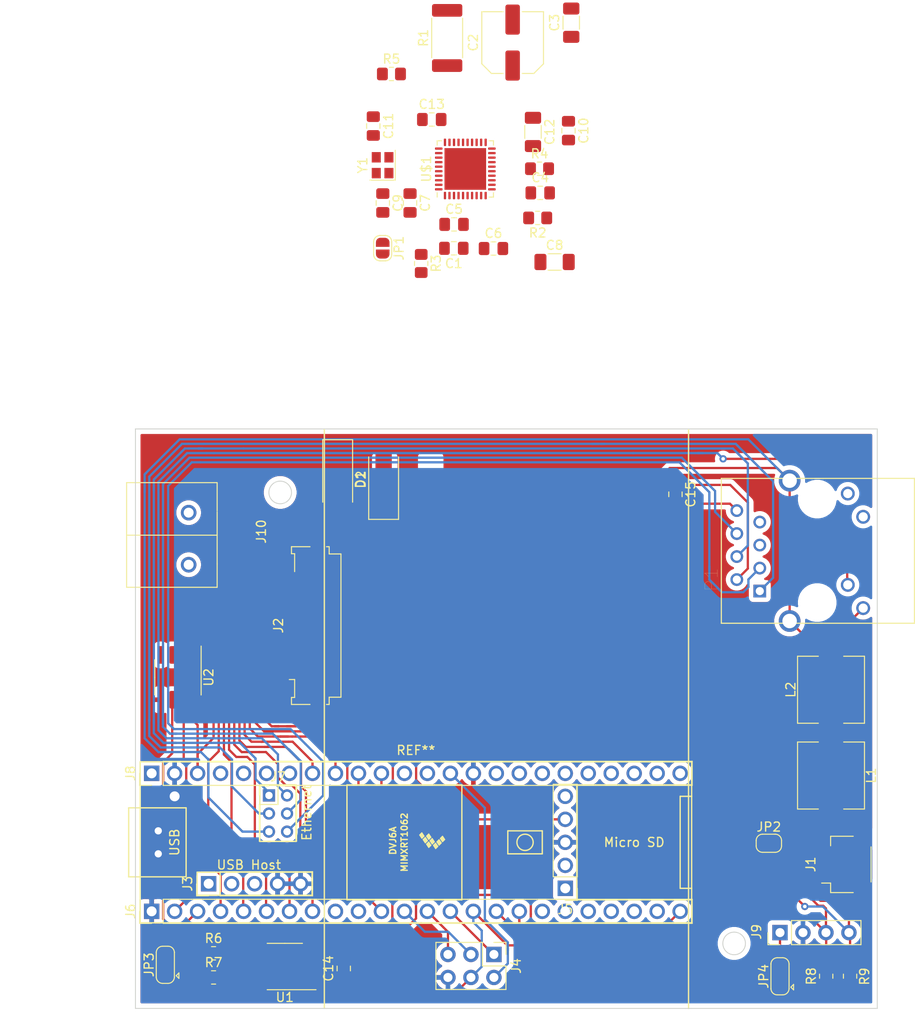
<source format=kicad_pcb>
(kicad_pcb (version 20171130) (host pcbnew "(5.1.9-0-10_14)")
  (layers (0 F.Cu signal) (31 B.Cu signal) (34 B.Paste user) (35 F.Paste user) (36 B.SilkS user) (37 F.SilkS user) (38 B.Mask user) (39 F.Mask user) (44 Edge.Cuts user))
  (net 0 "")
  (net 1 GND)
  (net 2 +5V)
  (net 3 +3V3)
  (net 4 "Net-(C15-Pad2)")
  (net 5 "Net-(C15-Pad1)")
  (net 6 /Homekit_KNX/KNX+)
  (net 7 /LED_ON)
  (net 8 /LED_PROG)
  (net 9 /LED_CONN)
  (net 10 /LED_ERROR)
  (net 11 /LED_T41_PROG)
  (net 12 /SCL_0)
  (net 13 /SDA_0)
  (net 14 /PUSH_PROG)
  (net 15 /PUSH_RESET)
  (net 16 /PUSH_T41_PROG)
  (net 17 /MOSI_0)
  (net 18 /CS_0)
  (net 19 /SCK_0)
  (net 20 /MISO_0)
  (net 21 /T_ON_OFF)
  (net 22 /VBAT)
  (net 23 "Net-(J6-Pad23)")
  (net 24 "Net-(J6-Pad22)")
  (net 25 "Net-(J6-Pad21)")
  (net 26 "Net-(J6-Pad20)")
  (net 27 "Net-(J6-Pad19)")
  (net 28 "Net-(J6-Pad18)")
  (net 29 "Net-(J6-Pad10)")
  (net 30 "Net-(J6-Pad9)")
  (net 31 /TX_1)
  (net 32 /RX_1)
  (net 33 "Net-(J7-Pad6)")
  (net 34 "Net-(J7-Pad4)")
  (net 35 "Net-(J7-Pad3)")
  (net 36 "Net-(J7-Pad2)")
  (net 37 "Net-(J7-Pad1)")
  (net 38 "Net-(J8-Pad24)")
  (net 39 "Net-(J8-Pad23)")
  (net 40 "Net-(J8-Pad22)")
  (net 41 "Net-(J8-Pad21)")
  (net 42 "Net-(J8-Pad20)")
  (net 43 "Net-(J8-Pad19)")
  (net 44 "Net-(J8-Pad18)")
  (net 45 "Net-(J8-Pad17)")
  (net 46 "Net-(J8-Pad16)")
  (net 47 "Net-(J8-Pad13)")
  (net 48 "Net-(J8-Pad12)")
  (net 49 /SCL_1)
  (net 50 /SDA_1)
  (net 51 "Net-(J8-Pad7)")
  (net 52 "Net-(J8-Pad6)")
  (net 53 "Net-(J8-Pad5)")
  (net 54 "Net-(J8-Pad4)")
  (net 55 "Net-(P1-Pad12)")
  (net 56 "Net-(P1-Pad11)")
  (net 57 "Net-(P1-Pad7)")
  (net 58 "Net-(P1-Pad5)")
  (net 59 /TUSB_DP)
  (net 60 /TUSB_DM)
  (net 61 "Net-(JP4-Pad3)")
  (net 62 "Net-(JP4-Pad1)")
  (net 63 "Net-(C5-Pad2)")
  (net 64 "Net-(JP3-Pad1)")
  (net 65 "Net-(JP3-Pad3)")
  (net 66 /SCL_2_TX_6)
  (net 67 /SDA_2_RX_6)
  (net 68 /Homekit_KNX/GND_KNX)
  (net 69 /GND_KNX)
  (net 70 /RX_1_KNX)
  (net 71 /TX_1_KNX)
  (net 72 /KNX+)
  (net 73 "Net-(C1-Pad1)")
  (net 74 /Homekit_KNX/VFILT)
  (net 75 "Net-(C5-Pad1)")
  (net 76 "Net-(C6-Pad2)")
  (net 77 "Net-(C6-Pad1)")
  (net 78 /Homekit_KNX/3V3_KNX)
  (net 79 "Net-(C9-Pad2)")
  (net 80 "Net-(C10-Pad2)")
  (net 81 "Net-(C11-Pad2)")
  (net 82 "Net-(C13-Pad1)")
  (net 83 "Net-(JP1-Pad1)")
  (net 84 "Net-(JP2-Pad1)")
  (net 85 "Net-(L1-Pad1)")
  (net 86 "Net-(L2-Pad2)")
  (net 87 "Net-(L2-Pad1)")
  (net 88 "Net-(R1-Pad1)")
  (net 89 "Net-(R4-Pad1)")
  (net 90 "Net-(U$1-Pad39)")
  (net 91 "Net-(U$1-Pad37)")
  (net 92 /Homekit_KNX/SAVE)
  (net 93 "Net-(U$1-Pad32)")
  (net 94 /Homekit_KNX/TX_1_KNX)
  (net 95 /Homekit_KNX/RX_1_KNX)
  (net 96 "Net-(U$1-Pad22)")
  (net 97 "Net-(U$1-Pad21)")
  (module teensy:Teensy41 (layer F.Cu) (at 145.0975 105.5751)
    (fp_text reference REF** (at 0 -10.16) (layer F.SilkS))
    (fp_text value "Teensy 4.1")
    (fp_text user "USB Host" (at -18.4658 2.4892) (layer F.SilkS))
    (fp_text user Ethernet (at -12.065 -3.2766 90) (layer F.SilkS))
    (fp_text user USB (at -26.67 0 270) (layer F.SilkS))
    (fp_text user "Micro SD" (at 24.13 0) (layer F.SilkS))
    (fp_text user MIMXRT1062 (at -1.27 0 -90) (layer F.SilkS) (effects (font (size 0.7 0.7))))
    (fp_text user DVJ6A (at -2.54 -0.18 -90) (layer F.SilkS) (effects (font (size 0.7 0.7))))
    (pad 66 thru_hole circle (at -28.48 -1.27) (size 1.3 1.3) (drill 0.8) (layers *.Cu *.Mask))
    (pad 67 thru_hole circle (at -28.48 1.27) (size 1.3 1.3) (drill 0.8) (layers *.Cu *.Mask))
    (pad 54 thru_hole circle (at 16.51 -5.08) (size 1.6 1.6) (drill 1.1) (layers *.Cu *.Mask))
    (pad 53 thru_hole circle (at 16.51 -2.54) (size 1.6 1.6) (drill 1.1) (layers *.Cu *.Mask))
    (pad 52 thru_hole circle (at 16.51 0) (size 1.6 1.6) (drill 1.1) (layers *.Cu *.Mask))
    (pad 51 thru_hole circle (at 16.51 2.54) (size 1.6 1.6) (drill 1.1) (layers *.Cu *.Mask))
    (pad 50 thru_hole circle (at 16.51 5.08) (size 1.6 1.6) (drill 1.1) (layers *.Cu *.Mask))
    (pad 62 thru_hole circle (at -16.24 -1.1816) (size 1.3 1.3) (drill 0.8) (layers *.Cu *.Mask))
    (pad 63 thru_hole circle (at -14.24 -1.1816) (size 1.3 1.3) (drill 0.8) (layers *.Cu *.Mask))
    (pad 64 thru_hole circle (at -14.24 -3.1816) (size 1.3 1.3) (drill 0.8) (layers *.Cu *.Mask))
    (pad 61 thru_hole circle (at -16.24 -3.1816) (size 1.3 1.3) (drill 0.8) (layers *.Cu *.Mask))
    (pad 65 thru_hole circle (at -14.24 -5.1816) (size 1.3 1.3) (drill 0.8) (layers *.Cu *.Mask))
    (pad 60 thru_hole rect (at -16.24 -5.1816) (size 1.3 1.3) (drill 0.8) (layers *.Cu *.Mask))
    (pad 17 thru_hole circle (at 11.43 7.62) (size 1.6 1.6) (drill 1.1) (layers *.Cu *.Mask))
    (pad 18 thru_hole circle (at 13.97 7.62) (size 1.6 1.6) (drill 1.1) (layers *.Cu *.Mask))
    (pad 19 thru_hole circle (at 16.51 7.62) (size 1.6 1.6) (drill 1.1) (layers *.Cu *.Mask))
    (pad 20 thru_hole circle (at 19.05 7.62) (size 1.6 1.6) (drill 1.1) (layers *.Cu *.Mask))
    (pad 16 thru_hole circle (at 8.89 7.62) (size 1.6 1.6) (drill 1.1) (layers *.Cu *.Mask))
    (pad 15 thru_hole circle (at 6.35 7.62) (size 1.6 1.6) (drill 1.1) (layers *.Cu *.Mask))
    (pad 14 thru_hole circle (at 3.81 7.62) (size 1.6 1.6) (drill 1.1) (layers *.Cu *.Mask))
    (pad 21 thru_hole circle (at 21.59 7.62) (size 1.6 1.6) (drill 1.1) (layers *.Cu *.Mask))
    (pad 22 thru_hole circle (at 24.13 7.62) (size 1.6 1.6) (drill 1.1) (layers *.Cu *.Mask))
    (pad 23 thru_hole circle (at 26.67 7.62) (size 1.6 1.6) (drill 1.1) (layers *.Cu *.Mask))
    (pad 24 thru_hole circle (at 29.21 7.62) (size 1.6 1.6) (drill 1.1) (layers *.Cu *.Mask))
    (pad 25 thru_hole circle (at 29.21 -7.62) (size 1.6 1.6) (drill 1.1) (layers *.Cu *.Mask))
    (pad 26 thru_hole circle (at 26.67 -7.62) (size 1.6 1.6) (drill 1.1) (layers *.Cu *.Mask))
    (pad 27 thru_hole circle (at 24.13 -7.62) (size 1.6 1.6) (drill 1.1) (layers *.Cu *.Mask))
    (pad 28 thru_hole circle (at 21.59 -7.62) (size 1.6 1.6) (drill 1.1) (layers *.Cu *.Mask))
    (pad 29 thru_hole circle (at 19.05 -7.62) (size 1.6 1.6) (drill 1.1) (layers *.Cu *.Mask))
    (pad 30 thru_hole circle (at 16.51 -7.62) (size 1.6 1.6) (drill 1.1) (layers *.Cu *.Mask))
    (pad 31 thru_hole circle (at 13.97 -7.62) (size 1.6 1.6) (drill 1.1) (layers *.Cu *.Mask))
    (pad 32 thru_hole circle (at 11.43 -7.62) (size 1.6 1.6) (drill 1.1) (layers *.Cu *.Mask))
    (pad 33 thru_hole circle (at 8.89 -7.62) (size 1.6 1.6) (drill 1.1) (layers *.Cu *.Mask))
    (pad 34 thru_hole circle (at 6.35 -7.62) (size 1.6 1.6) (drill 1.1) (layers *.Cu *.Mask))
    (pad 13 thru_hole circle (at 1.27 7.62) (size 1.6 1.6) (drill 1.1) (layers *.Cu *.Mask))
    (pad 12 thru_hole circle (at -1.27 7.62) (size 1.6 1.6) (drill 1.1) (layers *.Cu *.Mask))
    (pad 11 thru_hole circle (at -3.81 7.62) (size 1.6 1.6) (drill 1.1) (layers *.Cu *.Mask))
    (pad 10 thru_hole circle (at -6.35 7.62) (size 1.6 1.6) (drill 1.1) (layers *.Cu *.Mask))
    (pad 9 thru_hole circle (at -8.89 7.62) (size 1.6 1.6) (drill 1.1) (layers *.Cu *.Mask))
    (pad 8 thru_hole circle (at -11.43 7.62) (size 1.6 1.6) (drill 1.1) (layers *.Cu *.Mask))
    (pad 7 thru_hole circle (at -13.97 7.62) (size 1.6 1.6) (drill 1.1) (layers *.Cu *.Mask))
    (pad 6 thru_hole circle (at -16.51 7.62) (size 1.6 1.6) (drill 1.1) (layers *.Cu *.Mask))
    (pad 5 thru_hole circle (at -19.05 7.62) (size 1.6 1.6) (drill 1.1) (layers *.Cu *.Mask))
    (pad 4 thru_hole circle (at -21.59 7.62) (size 1.6 1.6) (drill 1.1) (layers *.Cu *.Mask))
    (pad 3 thru_hole circle (at -24.13 7.62) (size 1.6 1.6) (drill 1.1) (layers *.Cu *.Mask))
    (pad 2 thru_hole circle (at -26.67 7.62) (size 1.6 1.6) (drill 1.1) (layers *.Cu *.Mask))
    (pad 1 thru_hole rect (at -29.21 7.62) (size 1.6 1.6) (drill 1.1) (layers *.Cu *.Mask))
    (pad 35 thru_hole circle (at 3.81 -7.62) (size 1.6 1.6) (drill 1.1) (layers *.Cu *.Mask))
    (pad 36 thru_hole circle (at 1.27 -7.62) (size 1.6 1.6) (drill 1.1) (layers *.Cu *.Mask))
    (pad 37 thru_hole circle (at -1.27 -7.62) (size 1.6 1.6) (drill 1.1) (layers *.Cu *.Mask))
    (pad 38 thru_hole circle (at -3.81 -7.62) (size 1.6 1.6) (drill 1.1) (layers *.Cu *.Mask))
    (pad 39 thru_hole circle (at -6.35 -7.62) (size 1.6 1.6) (drill 1.1) (layers *.Cu *.Mask))
    (pad 40 thru_hole circle (at -8.89 -7.62) (size 1.6 1.6) (drill 1.1) (layers *.Cu *.Mask))
    (pad 41 thru_hole circle (at -11.43 -7.62) (size 1.6 1.6) (drill 1.1) (layers *.Cu *.Mask))
    (pad 42 thru_hole circle (at -13.97 -7.62) (size 1.6 1.6) (drill 1.1) (layers *.Cu *.Mask))
    (pad 43 thru_hole circle (at -16.51 -7.62) (size 1.6 1.6) (drill 1.1) (layers *.Cu *.Mask))
    (pad 44 thru_hole circle (at -19.05 -7.62) (size 1.6 1.6) (drill 1.1) (layers *.Cu *.Mask))
    (pad 45 thru_hole circle (at -21.59 -7.62) (size 1.6 1.6) (drill 1.1) (layers *.Cu *.Mask))
    (pad 46 thru_hole circle (at -24.13 -7.62) (size 1.6 1.6) (drill 1.1) (layers *.Cu *.Mask))
    (pad 47 thru_hole circle (at -26.67 -7.62) (size 1.6 1.6) (drill 1.1) (layers *.Cu *.Mask))
    (pad 48 thru_hole circle (at -29.21 -7.62) (size 1.6 1.6) (drill 1.1) (layers *.Cu *.Mask))
    (pad 55 thru_hole rect (at -22.9108 4.5692) (size 1.6 1.6) (drill 1.1) (layers *.Cu *.Mask))
    (pad 56 thru_hole circle (at -20.3708 4.5692) (size 1.6 1.6) (drill 1.1) (layers *.Cu *.Mask))
    (pad 57 thru_hole circle (at -17.8308 4.5692) (size 1.6 1.6) (drill 1.1) (layers *.Cu *.Mask))
    (pad 58 thru_hole circle (at -15.2908 4.5692) (size 1.6 1.6) (drill 1.1) (layers *.Cu *.Mask))
    (pad 59 thru_hole circle (at -12.7508 4.5692) (size 1.6 1.6) (drill 1.1) (layers *.Cu *.Mask))
    (pad 49 thru_hole circle (at -26.67 -5.08) (size 1.6 1.6) (drill 1.1) (layers *.Cu *.Mask))
  )
  (module Crystal:Crystal_SMD_2520-4Pin_2.5x2.0mm (layer F.Cu) (at 141.4145 30.79115 90)
    (fp_text reference Y1 (at 0 -2.2 90) (layer F.SilkS))
    (fp_text value 16MHz)
    (pad 4 smd rect (at -0.875 -0.7 90) (size 1.15 1) (layers F.Cu F.Paste F.Mask) (net 68 /Homekit_KNX/GND_KNX))
    (pad 3 smd rect (at 0.875 -0.7 90) (size 1.15 1) (layers F.Cu F.Paste F.Mask) (net 80 "Net-(C10-Pad2)"))
    (pad 2 smd rect (at 0.875 0.7 90) (size 1.15 1) (layers F.Cu F.Paste F.Mask) (net 68 /Homekit_KNX/GND_KNX))
    (pad 1 smd rect (at -0.875 0.7 90) (size 1.15 1) (layers F.Cu F.Paste F.Mask) (net 79 "Net-(C9-Pad2)"))
  )
  (module Package_DFN_QFN:QFN-40-1EP_6x6mm_P0.5mm_EP4.6x4.6mm (layer F.Cu) (at 150.5585 31.2039 90)
    (fp_text reference U$1 (at 0 -4.3 90) (layer F.SilkS))
    (fp_text value NCN5120)
    (pad 41 smd rect (at 0 0 90) (size 4.6 4.6) (layers F.Cu F.Mask))
    (pad 40 smd roundrect (at -2.25 -2.9375 90) (size 0.25 0.825) (layers F.Cu F.Paste F.Mask) (net 78 /Homekit_KNX/3V3_KNX))
    (pad 39 smd roundrect (at -1.75 -2.9375 90) (size 0.25 0.825) (layers F.Cu F.Paste F.Mask) (net 90 "Net-(U$1-Pad39)"))
    (pad 38 smd roundrect (at -1.25 -2.9375 90) (size 0.25 0.825) (layers F.Cu F.Paste F.Mask) (net 83 "Net-(JP1-Pad1)"))
    (pad 37 smd roundrect (at -0.75 -2.9375 90) (size 0.25 0.825) (layers F.Cu F.Paste F.Mask) (net 91 "Net-(U$1-Pad37)"))
    (pad 36 smd roundrect (at -0.25 -2.9375 90) (size 0.25 0.825) (layers F.Cu F.Paste F.Mask) (net 92 /Homekit_KNX/SAVE))
    (pad 35 smd roundrect (at 0.25 -2.9375 90) (size 0.25 0.825) (layers F.Cu F.Paste F.Mask) (net 79 "Net-(C9-Pad2)"))
    (pad 34 smd roundrect (at 0.75 -2.9375 90) (size 0.25 0.825) (layers F.Cu F.Paste F.Mask) (net 80 "Net-(C10-Pad2)"))
    (pad 33 smd roundrect (at 1.25 -2.9375 90) (size 0.25 0.825) (layers F.Cu F.Paste F.Mask) (net 68 /Homekit_KNX/GND_KNX))
    (pad 32 smd roundrect (at 1.75 -2.9375 90) (size 0.25 0.825) (layers F.Cu F.Paste F.Mask) (net 93 "Net-(U$1-Pad32)"))
    (pad 31 smd roundrect (at 2.25 -2.9375 90) (size 0.25 0.825) (layers F.Cu F.Paste F.Mask) (net 68 /Homekit_KNX/GND_KNX))
    (pad 30 smd roundrect (at 2.9375 -2.25 90) (size 0.825 0.25) (layers F.Cu F.Paste F.Mask) (net 82 "Net-(C13-Pad1)"))
    (pad 29 smd roundrect (at 2.9375 -1.75 90) (size 0.825 0.25) (layers F.Cu F.Paste F.Mask) (net 68 /Homekit_KNX/GND_KNX))
    (pad 28 smd roundrect (at 2.9375 -1.25 90) (size 0.825 0.25) (layers F.Cu F.Paste F.Mask) (net 94 /Homekit_KNX/TX_1_KNX))
    (pad 27 smd roundrect (at 2.9375 -0.75 90) (size 0.825 0.25) (layers F.Cu F.Paste F.Mask) (net 95 /Homekit_KNX/RX_1_KNX))
    (pad 26 smd roundrect (at 2.9375 -0.25 90) (size 0.825 0.25) (layers F.Cu F.Paste F.Mask) (net 68 /Homekit_KNX/GND_KNX))
    (pad 25 smd roundrect (at 2.9375 0.25 90) (size 0.825 0.25) (layers F.Cu F.Paste F.Mask) (net 68 /Homekit_KNX/GND_KNX))
    (pad 24 smd roundrect (at 2.9375 0.75 90) (size 0.825 0.25) (layers F.Cu F.Paste F.Mask) (net 68 /Homekit_KNX/GND_KNX))
    (pad 23 smd roundrect (at 2.9375 1.25 90) (size 0.825 0.25) (layers F.Cu F.Paste F.Mask) (net 68 /Homekit_KNX/GND_KNX))
    (pad 22 smd roundrect (at 2.9375 1.75 90) (size 0.825 0.25) (layers F.Cu F.Paste F.Mask) (net 96 "Net-(U$1-Pad22)"))
    (pad 21 smd roundrect (at 2.9375 2.25 90) (size 0.825 0.25) (layers F.Cu F.Paste F.Mask) (net 97 "Net-(U$1-Pad21)"))
    (pad 20 smd roundrect (at 2.25 2.9375 90) (size 0.25 0.825) (layers F.Cu F.Paste F.Mask) (net 86 "Net-(L2-Pad2)"))
    (pad 19 smd roundrect (at 1.75 2.9375 90) (size 0.25 0.825) (layers F.Cu F.Paste F.Mask) (net 3 +3V3))
    (pad 18 smd roundrect (at 1.25 2.9375 90) (size 0.25 0.825) (layers F.Cu F.Paste F.Mask) (net 1 GND))
    (pad 17 smd roundrect (at 0.75 2.9375 90) (size 0.25 0.825) (layers F.Cu F.Paste F.Mask) (net 87 "Net-(L2-Pad1)"))
    (pad 16 smd roundrect (at 0.25 2.9375 90) (size 0.25 0.825) (layers F.Cu F.Paste F.Mask) (net 74 /Homekit_KNX/VFILT))
    (pad 15 smd roundrect (at -0.25 2.9375 90) (size 0.25 0.825) (layers F.Cu F.Paste F.Mask) (net 85 "Net-(L1-Pad1)"))
    (pad 14 smd roundrect (at -0.75 2.9375 90) (size 0.25 0.825) (layers F.Cu F.Paste F.Mask) (net 1 GND))
    (pad 13 smd roundrect (at -1.25 2.9375 90) (size 0.25 0.825) (layers F.Cu F.Paste F.Mask) (net 89 "Net-(R4-Pad1)"))
    (pad 12 smd roundrect (at -1.75 2.9375 90) (size 0.25 0.825) (layers F.Cu F.Paste F.Mask) (net 2 +5V))
    (pad 11 smd roundrect (at -2.25 2.9375 90) (size 0.25 0.825) (layers F.Cu F.Paste F.Mask) (net 84 "Net-(JP2-Pad1)"))
    (pad 10 smd roundrect (at -2.9375 2.25 90) (size 0.825 0.25) (layers F.Cu F.Paste F.Mask) (net 74 /Homekit_KNX/VFILT))
    (pad 9 smd roundrect (at -2.9375 1.75 90) (size 0.825 0.25) (layers F.Cu F.Paste F.Mask) (net 74 /Homekit_KNX/VFILT))
    (pad 8 smd roundrect (at -2.9375 1.25 90) (size 0.825 0.25) (layers F.Cu F.Paste F.Mask) (net 76 "Net-(C6-Pad2)"))
    (pad 7 smd roundrect (at -2.9375 0.75 90) (size 0.825 0.25) (layers F.Cu F.Paste F.Mask) (net 77 "Net-(C6-Pad1)"))
    (pad 6 smd roundrect (at -2.9375 0.25 90) (size 0.825 0.25) (layers F.Cu F.Paste F.Mask) (net 63 "Net-(C5-Pad2)"))
    (pad 5 smd roundrect (at -2.9375 -0.25 90) (size 0.825 0.25) (layers F.Cu F.Paste F.Mask) (net 73 "Net-(C1-Pad1)"))
    (pad 4 smd roundrect (at -2.9375 -0.75 90) (size 0.825 0.25) (layers F.Cu F.Paste F.Mask) (net 75 "Net-(C5-Pad1)"))
    (pad 3 smd roundrect (at -2.9375 -1.25 90) (size 0.825 0.25) (layers F.Cu F.Paste F.Mask) (net 88 "Net-(R1-Pad1)"))
    (pad 2 smd roundrect (at -2.9375 -1.75 90) (size 0.825 0.25) (layers F.Cu F.Paste F.Mask) (net 68 /Homekit_KNX/GND_KNX))
    (pad 1 smd roundrect (at -2.9375 -2.25 90) (size 0.825 0.25) (layers F.Cu F.Paste F.Mask) (net 68 /Homekit_KNX/GND_KNX))
  )
  (module Resistor_SMD:R_0805_2012Metric_Pad1.20x1.40mm_HandSolder (layer F.Cu) (at 142.3924 20.7137)
    (fp_text reference R5 (at 0 -1.65) (layer F.SilkS))
    (fp_text value 1R)
    (pad 2 smd roundrect (at 1 0) (size 1.2 1.4) (layers F.Cu F.Paste F.Mask) (roundrect_rratio 0.208333) (net 86 "Net-(L2-Pad2)"))
    (pad 1 smd roundrect (at -1 0) (size 1.2 1.4) (layers F.Cu F.Paste F.Mask) (roundrect_rratio 0.208333) (net 3 +3V3))
  )
  (module Resistor_SMD:R_0805_2012Metric_Pad1.20x1.40mm_HandSolder (layer F.Cu) (at 158.7627 31.1785)
    (fp_text reference R4 (at 0 -1.65) (layer F.SilkS))
    (fp_text value 1R)
    (pad 2 smd roundrect (at 1 0) (size 1.2 1.4) (layers F.Cu F.Paste F.Mask) (roundrect_rratio 0.208333) (net 2 +5V))
    (pad 1 smd roundrect (at -1 0) (size 1.2 1.4) (layers F.Cu F.Paste F.Mask) (roundrect_rratio 0.208333) (net 89 "Net-(R4-Pad1)"))
  )
  (module Resistor_SMD:R_0805_2012Metric_Pad1.20x1.40mm_HandSolder (layer F.Cu) (at 145.6817 41.6433 270)
    (fp_text reference R3 (at 0 -1.65 90) (layer F.SilkS))
    (fp_text value 180k)
    (pad 2 smd roundrect (at 1 0 270) (size 1.2 1.4) (layers F.Cu F.Paste F.Mask) (roundrect_rratio 0.208333) (net 68 /Homekit_KNX/GND_KNX))
    (pad 1 smd roundrect (at -1 0 270) (size 1.2 1.4) (layers F.Cu F.Paste F.Mask) (roundrect_rratio 0.208333) (net 84 "Net-(JP2-Pad1)"))
  )
  (module Resistor_SMD:R_0805_2012Metric_Pad1.20x1.40mm_HandSolder (layer F.Cu) (at 158.5595 36.6141 180)
    (fp_text reference R2 (at 0 -1.65) (layer F.SilkS))
    (fp_text value 33k)
    (pad 2 smd roundrect (at 1 0 180) (size 1.2 1.4) (layers F.Cu F.Paste F.Mask) (roundrect_rratio 0.208333) (net 84 "Net-(JP2-Pad1)"))
    (pad 1 smd roundrect (at -1 0 180) (size 1.2 1.4) (layers F.Cu F.Paste F.Mask) (roundrect_rratio 0.208333) (net 2 +5V))
  )
  (module Resistor_SMD:R_2512_6332Metric_Pad1.40x3.35mm_HandSolder (layer F.Cu) (at 148.5519 16.7386 90)
    (fp_text reference R1 (at 0 -2.62 90) (layer F.SilkS))
    (fp_text value 22R)
    (pad 2 smd roundrect (at 3.05 0 90) (size 1.4 3.35) (layers F.Cu F.Paste F.Mask) (roundrect_rratio 0.178571) (net 63 "Net-(C5-Pad2)"))
    (pad 1 smd roundrect (at -3.05 0 90) (size 1.4 3.35) (layers F.Cu F.Paste F.Mask) (roundrect_rratio 0.178571) (net 88 "Net-(R1-Pad1)"))
  )
  (module Inductor_SMD:L_7.3x7.3_H4.5 (layer F.Cu) (at 190.9826 88.7222 90)
    (fp_text reference L2 (at 0 -4.45 90) (layer F.SilkS))
    (fp_text value 220µH)
    (pad 2 smd rect (at 3.2 0 90) (size 1.5 2.2) (layers F.Cu F.Paste F.Mask) (net 86 "Net-(L2-Pad2)"))
    (pad 1 smd rect (at -3.2 0 90) (size 1.5 2.2) (layers F.Cu F.Paste F.Mask) (net 87 "Net-(L2-Pad1)"))
  )
  (module Inductor_SMD:L_7.3x7.3_H4.5 (layer F.Cu) (at 190.9826 98.1964 270)
    (fp_text reference L1 (at 0 -4.45 90) (layer F.SilkS))
    (fp_text value 220µH)
    (pad 2 smd rect (at 3.2 0 270) (size 1.5 2.2) (layers F.Cu F.Paste F.Mask) (net 2 +5V))
    (pad 1 smd rect (at -3.2 0 270) (size 1.5 2.2) (layers F.Cu F.Paste F.Mask) (net 85 "Net-(L1-Pad1)"))
  )
  (module Jumper:SolderJumper-2_P1.3mm_Open_RoundedPad1.0x1.5mm (layer F.Cu) (at 184.1119 105.6767)
    (fp_text reference JP2 (at 0 -1.8) (layer F.SilkS))
    (fp_text value "SJ 3V3 ONLY")
    (pad 2 smd custom (at 0.65 0) (size 1 0.5) (layers F.Cu F.Mask) (net 3 +3V3) (options (clearance outline) (anchor rect)) (primitives (gr_circle (center 0 0.25) (end 0.5 0.25) (width 0)) (gr_circle (center 0 -0.25) (end 0.5 -0.25) (width 0)) (gr_poly (pts (xy 0 -0.75) (xy -0.5 -0.75) (xy -0.5 0.75) (xy 0 0.75)) (width 0))))
    (pad 1 smd custom (at -0.65 0) (size 1 0.5) (layers F.Cu F.Mask) (net 84 "Net-(JP2-Pad1)") (options (clearance outline) (anchor rect)) (primitives (gr_circle (center 0 0.25) (end 0.5 0.25) (width 0)) (gr_circle (center 0 -0.25) (end 0.5 -0.25) (width 0)) (gr_poly (pts (xy 0 -0.75) (xy 0.5 -0.75) (xy 0.5 0.75) (xy 0 0.75)) (width 0))))
  )
  (module Jumper:SolderJumper-2_P1.3mm_Open_RoundedPad1.0x1.5mm (layer F.Cu) (at 141.4272 39.9542 270)
    (fp_text reference JP1 (at 0 -1.8 90) (layer F.SilkS))
    (fp_text value "SJ HIGH POWER")
    (pad 2 smd custom (at 0.65 0 270) (size 1 0.5) (layers F.Cu F.Mask) (net 68 /Homekit_KNX/GND_KNX) (options (clearance outline) (anchor rect)) (primitives (gr_circle (center 0 0.25) (end 0.5 0.25) (width 0)) (gr_circle (center 0 -0.25) (end 0.5 -0.25) (width 0)) (gr_poly (pts (xy 0 -0.75) (xy -0.5 -0.75) (xy -0.5 0.75) (xy 0 0.75)) (width 0))))
    (pad 1 smd custom (at -0.65 0 270) (size 1 0.5) (layers F.Cu F.Mask) (net 83 "Net-(JP1-Pad1)") (options (clearance outline) (anchor rect)) (primitives (gr_circle (center 0 0.25) (end 0.5 0.25) (width 0)) (gr_circle (center 0 -0.25) (end 0.5 -0.25) (width 0)) (gr_poly (pts (xy 0 -0.75) (xy 0.5 -0.75) (xy 0.5 0.75) (xy 0 0.75)) (width 0))))
  )
  (module Capacitor_SMD:C_0805_2012Metric_Pad1.18x1.45mm_HandSolder (layer F.Cu) (at 137.1219 119.507 90)
    (fp_text reference C14 (at 0 -1.68 90) (layer F.SilkS))
    (fp_text value "0.1µF / 6.3V")
    (pad 2 smd roundrect (at 1.0375 0 90) (size 1.175 1.45) (layers F.Cu F.Paste F.Mask) (roundrect_rratio 0.212766) (net 1 GND))
    (pad 1 smd roundrect (at -1.0375 0 90) (size 1.175 1.45) (layers F.Cu F.Paste F.Mask) (roundrect_rratio 0.212766) (net 3 +3V3))
  )
  (module Capacitor_SMD:C_0805_2012Metric_Pad1.18x1.45mm_HandSolder (layer F.Cu) (at 146.8501 25.7429)
    (fp_text reference C13 (at 0 -1.68) (layer F.SilkS))
    (fp_text value "100nF / 6.3V")
    (pad 2 smd roundrect (at 1.0375 0) (size 1.175 1.45) (layers F.Cu F.Paste F.Mask) (roundrect_rratio 0.212766) (net 68 /Homekit_KNX/GND_KNX))
    (pad 1 smd roundrect (at -1.0375 0) (size 1.175 1.45) (layers F.Cu F.Paste F.Mask) (roundrect_rratio 0.212766) (net 82 "Net-(C13-Pad1)"))
  )
  (module Capacitor_SMD:C_1206_3216Metric_Pad1.33x1.80mm_HandSolder (layer F.Cu) (at 158.0388 27.1145 270)
    (fp_text reference C12 (at 0 -1.85 90) (layer F.SilkS))
    (fp_text value "10µF / 6.3V")
    (pad 2 smd roundrect (at 1.5625 0 270) (size 1.325 1.8) (layers F.Cu F.Paste F.Mask) (roundrect_rratio 0.188679) (net 81 "Net-(C11-Pad2)"))
    (pad 1 smd roundrect (at -1.5625 0 270) (size 1.325 1.8) (layers F.Cu F.Paste F.Mask) (roundrect_rratio 0.188679) (net 3 +3V3))
  )
  (module Capacitor_SMD:C_0805_2012Metric_Pad1.18x1.45mm_HandSolder (layer F.Cu) (at 140.3858 26.4668 270)
    (fp_text reference C11 (at 0 -1.68 90) (layer F.SilkS))
    (fp_text value "10µF / 6.3V")
    (pad 2 smd roundrect (at 1.0375 0 270) (size 1.175 1.45) (layers F.Cu F.Paste F.Mask) (roundrect_rratio 0.212766) (net 81 "Net-(C11-Pad2)"))
    (pad 1 smd roundrect (at -1.0375 0 270) (size 1.175 1.45) (layers F.Cu F.Paste F.Mask) (roundrect_rratio 0.212766) (net 3 +3V3))
  )
  (module Capacitor_SMD:C_0805_2012Metric_Pad1.18x1.45mm_HandSolder (layer F.Cu) (at 161.9631 26.9748 270)
    (fp_text reference C10 (at 0 -1.68 90) (layer F.SilkS))
    (fp_text value "9pF / 6.3V")
    (pad 2 smd roundrect (at 1.0375 0 270) (size 1.175 1.45) (layers F.Cu F.Paste F.Mask) (roundrect_rratio 0.212766) (net 80 "Net-(C10-Pad2)"))
    (pad 1 smd roundrect (at -1.0375 0 270) (size 1.175 1.45) (layers F.Cu F.Paste F.Mask) (roundrect_rratio 0.212766) (net 68 /Homekit_KNX/GND_KNX))
  )
  (module Capacitor_SMD:C_0805_2012Metric_Pad1.18x1.45mm_HandSolder (layer F.Cu) (at 141.4399 34.9631 270)
    (fp_text reference C9 (at 0 -1.68 90) (layer F.SilkS))
    (fp_text value "9pF / 6.3V")
    (pad 2 smd roundrect (at 1.0375 0 270) (size 1.175 1.45) (layers F.Cu F.Paste F.Mask) (roundrect_rratio 0.212766) (net 79 "Net-(C9-Pad2)"))
    (pad 1 smd roundrect (at -1.0375 0 270) (size 1.175 1.45) (layers F.Cu F.Paste F.Mask) (roundrect_rratio 0.212766) (net 68 /Homekit_KNX/GND_KNX))
  )
  (module Capacitor_SMD:C_1206_3216Metric_Pad1.33x1.80mm_HandSolder (layer F.Cu) (at 160.4264 41.4782)
    (fp_text reference C8 (at 0 -1.85) (layer F.SilkS))
    (fp_text value "10µF / 6.3V")
    (pad 2 smd roundrect (at 1.5625 0) (size 1.325 1.8) (layers F.Cu F.Paste F.Mask) (roundrect_rratio 0.188679) (net 68 /Homekit_KNX/GND_KNX))
    (pad 1 smd roundrect (at -1.5625 0) (size 1.325 1.8) (layers F.Cu F.Paste F.Mask) (roundrect_rratio 0.188679) (net 2 +5V))
  )
  (module Capacitor_SMD:C_0805_2012Metric_Pad1.18x1.45mm_HandSolder (layer F.Cu) (at 144.4498 34.9631 270)
    (fp_text reference C7 (at 0 -1.68 90) (layer F.SilkS))
    (fp_text value "100nF / 6.3V")
    (pad 2 smd roundrect (at 1.0375 0 270) (size 1.175 1.45) (layers F.Cu F.Paste F.Mask) (roundrect_rratio 0.212766) (net 68 /Homekit_KNX/GND_KNX))
    (pad 1 smd roundrect (at -1.0375 0 270) (size 1.175 1.45) (layers F.Cu F.Paste F.Mask) (roundrect_rratio 0.212766) (net 78 /Homekit_KNX/3V3_KNX))
  )
  (module Capacitor_SMD:C_0805_2012Metric_Pad1.18x1.45mm_HandSolder (layer F.Cu) (at 153.67 39.9923)
    (fp_text reference C6 (at 0 -1.68) (layer F.SilkS))
    (fp_text value "47nF / 25V")
    (pad 2 smd roundrect (at 1.0375 0) (size 1.175 1.45) (layers F.Cu F.Paste F.Mask) (roundrect_rratio 0.212766) (net 76 "Net-(C6-Pad2)"))
    (pad 1 smd roundrect (at -1.0375 0) (size 1.175 1.45) (layers F.Cu F.Paste F.Mask) (roundrect_rratio 0.212766) (net 77 "Net-(C6-Pad1)"))
  )
  (module Capacitor_SMD:C_0805_2012Metric_Pad1.18x1.45mm_HandSolder (layer F.Cu) (at 149.3139 37.3253)
    (fp_text reference C5 (at 0 -1.68) (layer F.SilkS))
    (fp_text value "47nF / 50V")
    (pad 2 smd roundrect (at 1.0375 0) (size 1.175 1.45) (layers F.Cu F.Paste F.Mask) (roundrect_rratio 0.212766) (net 63 "Net-(C5-Pad2)"))
    (pad 1 smd roundrect (at -1.0375 0) (size 1.175 1.45) (layers F.Cu F.Paste F.Mask) (roundrect_rratio 0.212766) (net 75 "Net-(C5-Pad1)"))
  )
  (module Capacitor_SMD:C_0805_2012Metric_Pad1.18x1.45mm_HandSolder (layer F.Cu) (at 158.8389 33.8455)
    (fp_text reference C4 (at 0 -1.68) (layer F.SilkS))
    (fp_text value "10µF / 6.3V")
    (pad 2 smd roundrect (at 1.0375 0) (size 1.175 1.45) (layers F.Cu F.Paste F.Mask) (roundrect_rratio 0.212766) (net 68 /Homekit_KNX/GND_KNX))
    (pad 1 smd roundrect (at -1.0375 0) (size 1.175 1.45) (layers F.Cu F.Paste F.Mask) (roundrect_rratio 0.212766) (net 2 +5V))
  )
  (module Capacitor_SMD:C_1206_3216Metric_Pad1.33x1.80mm_HandSolder (layer F.Cu) (at 162.2679 15.0495 90)
    (fp_text reference C3 (at 0 -1.85 90) (layer F.SilkS))
    (fp_text value "1µF / 50V")
    (pad 2 smd roundrect (at 1.5625 0 90) (size 1.325 1.8) (layers F.Cu F.Paste F.Mask) (roundrect_rratio 0.188679) (net 68 /Homekit_KNX/GND_KNX))
    (pad 1 smd roundrect (at -1.5625 0 90) (size 1.325 1.8) (layers F.Cu F.Paste F.Mask) (roundrect_rratio 0.188679) (net 74 /Homekit_KNX/VFILT))
  )
  (module Capacitor_SMD:C_Elec_6.3x7.7 (layer F.Cu) (at 155.7909 17.2466 90)
    (fp_text reference C2 (at 0 -4.35 90) (layer F.SilkS))
    (fp_text value "100µF / 35V")
    (pad 2 smd roundrect (at 2.5375 0 90) (size 3.325 1.6) (layers F.Cu F.Paste F.Mask) (roundrect_rratio 0.15625) (net 68 /Homekit_KNX/GND_KNX))
    (pad 1 smd roundrect (at -2.5375 0 90) (size 3.325 1.6) (layers F.Cu F.Paste F.Mask) (roundrect_rratio 0.15625) (net 74 /Homekit_KNX/VFILT))
  )
  (module Capacitor_SMD:C_0805_2012Metric_Pad1.18x1.45mm_HandSolder (layer F.Cu) (at 149.2885 39.9669 180)
    (fp_text reference C1 (at 0 -1.68) (layer F.SilkS))
    (fp_text value "100nF / 50V")
    (pad 2 smd roundrect (at 1.0375 0 180) (size 1.175 1.45) (layers F.Cu F.Paste F.Mask) (roundrect_rratio 0.212766) (net 68 /Homekit_KNX/GND_KNX))
    (pad 1 smd roundrect (at -1.0375 0 180) (size 1.175 1.45) (layers F.Cu F.Paste F.Mask) (roundrect_rratio 0.212766) (net 73 "Net-(C1-Pad1)"))
  )
  (module Connector_PinHeader_2.54mm:PinHeader_2x03_P2.54mm_Vertical (layer F.Cu) (at 153.7208 117.9576 270)
    (fp_text reference J4 (at 1.27 -2.4638 90) (layer F.SilkS))
    (fp_text value "SPI Breakout")
    (pad 6 thru_hole oval (at 2.54 5.08 270) (size 1.7 1.7) (drill 1) (layers *.Cu *.Mask) (net 1 GND))
    (pad 5 thru_hole oval (at 0 5.08 270) (size 1.7 1.7) (drill 1) (layers *.Cu *.Mask) (net 17 /MOSI_0))
    (pad 4 thru_hole oval (at 2.54 2.54 270) (size 1.7 1.7) (drill 1) (layers *.Cu *.Mask) (net 3 +3V3))
    (pad 3 thru_hole oval (at 0 2.54 270) (size 1.7 1.7) (drill 1) (layers *.Cu *.Mask) (net 18 /CS_0))
    (pad 2 thru_hole oval (at 2.54 0 270) (size 1.7 1.7) (drill 1) (layers *.Cu *.Mask) (net 19 /SCK_0))
    (pad 1 thru_hole rect (at 0 0 270) (size 1.7 1.7) (drill 1) (layers *.Cu *.Mask) (net 20 /MISO_0))
  )
  (module Package_SO:SOIC-8_3.9x4.9mm_P1.27mm (layer F.Cu) (at 118.7958 87.3506 270)
    (fp_text reference U2 (at 0 -3.4 90) (layer F.SilkS))
    (fp_text value ADuM1201AR)
    (pad 8 smd roundrect (at 2.475 -1.905 270) (size 1.95 0.6) (layers F.Cu F.Paste F.Mask) (net 3 +3V3))
    (pad 7 smd roundrect (at 2.475 -0.635 270) (size 1.95 0.6) (layers F.Cu F.Paste F.Mask) (net 32 /RX_1))
    (pad 6 smd roundrect (at 2.475 0.635 270) (size 1.95 0.6) (layers F.Cu F.Paste F.Mask) (net 31 /TX_1))
    (pad 5 smd roundrect (at 2.475 1.905 270) (size 1.95 0.6) (layers F.Cu F.Paste F.Mask) (net 1 GND))
    (pad 4 smd roundrect (at -2.475 1.905 270) (size 1.95 0.6) (layers F.Cu F.Paste F.Mask) (net 69 /GND_KNX))
    (pad 3 smd roundrect (at -2.475 0.635 270) (size 1.95 0.6) (layers F.Cu F.Paste F.Mask) (net 70 /RX_1_KNX))
    (pad 2 smd roundrect (at -2.475 -0.635 270) (size 1.95 0.6) (layers F.Cu F.Paste F.Mask) (net 71 /TX_1_KNX))
    (pad 1 smd roundrect (at -2.475 -1.905 270) (size 1.95 0.6) (layers F.Cu F.Paste F.Mask) (net 72 /KNX+))
  )
  (module Connector_FFC-FPC:Molex_200528-0120_1x12-1MP_P1.00mm_Horizontal (layer F.Cu) (at 132.5118 81.6356 90)
    (fp_text reference J2 (at 0 -2.61 90) (layer F.SilkS))
    (fp_text value "J Faceplate Connector")
    (pad 12 smd rect (at 5.5 -0.91 90) (size 0.4 1) (layers F.Cu F.Paste F.Mask) (net 3 +3V3))
    (pad 11 smd rect (at 4.5 -0.91 90) (size 0.4 1) (layers F.Cu F.Paste F.Mask) (net 7 /LED_ON))
    (pad 10 smd rect (at 3.5 -0.91 90) (size 0.4 1) (layers F.Cu F.Paste F.Mask) (net 8 /LED_PROG))
    (pad 9 smd rect (at 2.5 -0.91 90) (size 0.4 1) (layers F.Cu F.Paste F.Mask) (net 9 /LED_CONN))
    (pad 8 smd rect (at 1.5 -0.91 90) (size 0.4 1) (layers F.Cu F.Paste F.Mask) (net 10 /LED_ERROR))
    (pad 7 smd rect (at 0.5 -0.91 90) (size 0.4 1) (layers F.Cu F.Paste F.Mask) (net 11 /LED_T41_PROG))
    (pad 6 smd rect (at -0.5 -0.91 90) (size 0.4 1) (layers F.Cu F.Paste F.Mask) (net 12 /SCL_0))
    (pad 5 smd rect (at -1.5 -0.91 90) (size 0.4 1) (layers F.Cu F.Paste F.Mask) (net 13 /SDA_0))
    (pad 4 smd rect (at -2.5 -0.91 90) (size 0.4 1) (layers F.Cu F.Paste F.Mask) (net 14 /PUSH_PROG))
    (pad 3 smd rect (at -3.5 -0.91 90) (size 0.4 1) (layers F.Cu F.Paste F.Mask) (net 15 /PUSH_RESET))
    (pad 2 smd rect (at -4.5 -0.91 90) (size 0.4 1) (layers F.Cu F.Paste F.Mask) (net 16 /PUSH_T41_PROG))
    (pad 1 smd rect (at -5.5 -0.91 90) (size 0.4 1) (layers F.Cu F.Paste F.Mask) (net 1 GND))
    (pad MP smd rect (at 8.3 1.79 90) (size 2 1.3) (layers F.Cu F.Paste F.Mask))
    (pad MP smd rect (at -8.3 1.79 90) (size 2 1.3) (layers F.Cu F.Paste F.Mask))
  )
  (module Package_SO:SOIC-8_3.9x4.9mm_P1.27mm (layer F.Cu) (at 130.6068 119.2911 180)
    (fp_text reference U1 (at 0 -3.4) (layer F.SilkS))
    (fp_text value ATECC608A)
    (pad 8 smd roundrect (at 2.475 -1.905 180) (size 1.95 0.6) (layers F.Cu F.Paste F.Mask) (net 3 +3V3))
    (pad 7 smd roundrect (at 2.475 -0.635 180) (size 1.95 0.6) (layers F.Cu F.Paste F.Mask))
    (pad 6 smd roundrect (at 2.475 0.635 180) (size 1.95 0.6) (layers F.Cu F.Paste F.Mask) (net 49 /SCL_1))
    (pad 5 smd roundrect (at 2.475 1.905 180) (size 1.95 0.6) (layers F.Cu F.Paste F.Mask) (net 50 /SDA_1))
    (pad 4 smd roundrect (at -2.475 1.905 180) (size 1.95 0.6) (layers F.Cu F.Paste F.Mask) (net 1 GND))
    (pad 3 smd roundrect (at -2.475 0.635 180) (size 1.95 0.6) (layers F.Cu F.Paste F.Mask))
    (pad 2 smd roundrect (at -2.475 -0.635 180) (size 1.95 0.6) (layers F.Cu F.Paste F.Mask))
    (pad 1 smd roundrect (at -2.475 -1.905 180) (size 1.95 0.6) (layers F.Cu F.Paste F.Mask))
  )
  (module Jumper:SolderJumper-3_P1.3mm_Bridged123_RoundedPad1.0x1.5mm (layer F.Cu) (at 117.3988 119.1006 90)
    (fp_text reference JP3 (at 0 -1.8 90) (layer F.SilkS))
    (fp_text value "SJ ATECC608A PULLUPS")
    (fp_poly (pts (xy 0.389 -0.346) (xy 0.889 -0.346) (xy 0.889 0.254) (xy 0.389 0.254)) (layer F.Cu) (width 0))
    (fp_poly (pts (xy -0.9 -0.3) (xy -0.4 -0.3) (xy -0.4 0.3) (xy -0.9 0.3)) (layer F.Cu) (width 0))
    (pad 1 smd custom (at -1.3 0 90) (size 1 0.5) (layers F.Cu F.Mask) (net 64 "Net-(JP3-Pad1)") (options (clearance outline) (anchor rect)) (primitives (gr_circle (center 0 0.25) (end 0.5 0.25) (width 0)) (gr_circle (center 0 -0.25) (end 0.5 -0.25) (width 0)) (gr_poly (pts (xy 0.55 -0.75) (xy 0 -0.75) (xy 0 0.75) (xy 0.55 0.75)) (width 0))))
    (pad 2 smd rect (at 0 0 90) (size 1 1.5) (layers F.Cu F.Mask) (net 3 +3V3))
    (pad 3 smd custom (at 1.3 0 90) (size 1 0.5) (layers F.Cu F.Mask) (net 65 "Net-(JP3-Pad3)") (options (clearance outline) (anchor rect)) (primitives (gr_circle (center 0 0.25) (end 0.5 0.25) (width 0)) (gr_circle (center 0 -0.25) (end 0.5 -0.25) (width 0)) (gr_poly (pts (xy -0.55 -0.75) (xy 0 -0.75) (xy 0 0.75) (xy -0.55 0.75)) (width 0))))
  )
  (module Connector_PinHeader_2.54mm:PinHeader_1x24_P2.54mm_Vertical (layer F.Cu) (at 115.8875 97.9551 90)
    (fp_text reference J8 (at 0 -2.33 90) (layer F.SilkS))
    (fp_text value "Teensy 4.1 Right")
    (pad 24 thru_hole oval (at 0 58.42 90) (size 1.7 1.7) (drill 1) (layers *.Cu *.Mask) (net 38 "Net-(J8-Pad24)"))
    (pad 23 thru_hole oval (at 0 55.88 90) (size 1.7 1.7) (drill 1) (layers *.Cu *.Mask) (net 39 "Net-(J8-Pad23)"))
    (pad 22 thru_hole oval (at 0 53.34 90) (size 1.7 1.7) (drill 1) (layers *.Cu *.Mask) (net 40 "Net-(J8-Pad22)"))
    (pad 21 thru_hole oval (at 0 50.8 90) (size 1.7 1.7) (drill 1) (layers *.Cu *.Mask) (net 41 "Net-(J8-Pad21)"))
    (pad 20 thru_hole oval (at 0 48.26 90) (size 1.7 1.7) (drill 1) (layers *.Cu *.Mask) (net 42 "Net-(J8-Pad20)"))
    (pad 19 thru_hole oval (at 0 45.72 90) (size 1.7 1.7) (drill 1) (layers *.Cu *.Mask) (net 43 "Net-(J8-Pad19)"))
    (pad 18 thru_hole oval (at 0 43.18 90) (size 1.7 1.7) (drill 1) (layers *.Cu *.Mask) (net 44 "Net-(J8-Pad18)"))
    (pad 17 thru_hole oval (at 0 40.64 90) (size 1.7 1.7) (drill 1) (layers *.Cu *.Mask) (net 45 "Net-(J8-Pad17)"))
    (pad 16 thru_hole oval (at 0 38.1 90) (size 1.7 1.7) (drill 1) (layers *.Cu *.Mask) (net 46 "Net-(J8-Pad16)"))
    (pad 15 thru_hole oval (at 0 35.56 90) (size 1.7 1.7) (drill 1) (layers *.Cu *.Mask) (net 1 GND))
    (pad 14 thru_hole oval (at 0 33.02 90) (size 1.7 1.7) (drill 1) (layers *.Cu *.Mask) (net 19 /SCK_0))
    (pad 13 thru_hole oval (at 0 30.48 90) (size 1.7 1.7) (drill 1) (layers *.Cu *.Mask) (net 47 "Net-(J8-Pad13)"))
    (pad 12 thru_hole oval (at 0 27.94 90) (size 1.7 1.7) (drill 1) (layers *.Cu *.Mask) (net 48 "Net-(J8-Pad12)"))
    (pad 11 thru_hole oval (at 0 25.4 90) (size 1.7 1.7) (drill 1) (layers *.Cu *.Mask) (net 49 /SCL_1))
    (pad 10 thru_hole oval (at 0 22.86 90) (size 1.7 1.7) (drill 1) (layers *.Cu *.Mask) (net 50 /SDA_1))
    (pad 9 thru_hole oval (at 0 20.32 90) (size 1.7 1.7) (drill 1) (layers *.Cu *.Mask) (net 13 /SDA_0))
    (pad 8 thru_hole oval (at 0 17.78 90) (size 1.7 1.7) (drill 1) (layers *.Cu *.Mask) (net 12 /SCL_0))
    (pad 7 thru_hole oval (at 0 15.24 90) (size 1.7 1.7) (drill 1) (layers *.Cu *.Mask) (net 51 "Net-(J8-Pad7)"))
    (pad 6 thru_hole oval (at 0 12.7 90) (size 1.7 1.7) (drill 1) (layers *.Cu *.Mask) (net 52 "Net-(J8-Pad6)"))
    (pad 5 thru_hole oval (at 0 10.16 90) (size 1.7 1.7) (drill 1) (layers *.Cu *.Mask) (net 53 "Net-(J8-Pad5)"))
    (pad 4 thru_hole oval (at 0 7.62 90) (size 1.7 1.7) (drill 1) (layers *.Cu *.Mask) (net 54 "Net-(J8-Pad4)"))
    (pad 3 thru_hole oval (at 0 5.08 90) (size 1.7 1.7) (drill 1) (layers *.Cu *.Mask) (net 3 +3V3))
    (pad 2 thru_hole oval (at 0 2.54 90) (size 1.7 1.7) (drill 1) (layers *.Cu *.Mask) (net 1 GND))
    (pad 1 thru_hole rect (at 0 0 90) (size 1.7 1.7) (drill 1) (layers *.Cu *.Mask) (net 2 +5V))
  )
  (module Connector_PinHeader_2.54mm:PinHeader_1x04_P2.54mm_Vertical (layer F.Cu) (at 185.3438 115.5446 90)
    (fp_text reference J9 (at 0.0889 -2.5908 270) (layer F.SilkS))
    (fp_text value "J I2C/Serial")
    (pad 4 thru_hole oval (at 0 7.62 90) (size 1.7 1.7) (drill 1) (layers *.Cu *.Mask) (net 67 /SDA_2_RX_6))
    (pad 3 thru_hole oval (at 0 5.08 90) (size 1.7 1.7) (drill 1) (layers *.Cu *.Mask) (net 66 /SCL_2_TX_6))
    (pad 2 thru_hole oval (at 0 2.54 90) (size 1.7 1.7) (drill 1) (layers *.Cu *.Mask) (net 1 GND))
    (pad 1 thru_hole rect (at 0 0 90) (size 1.7 1.7) (drill 1) (layers *.Cu *.Mask) (net 3 +3V3))
  )
  (module Capacitor_SMD:C_0805_2012Metric_Pad1.18x1.45mm_HandSolder (layer F.Cu) (at 173.7868 67.1361 270)
    (fp_text reference C15 (at 0 -1.68 90) (layer F.SilkS))
    (fp_text value "0.1µF / 50V")
    (pad 2 smd roundrect (at 1.0375 0 270) (size 1.175 1.45) (layers F.Cu F.Paste F.Mask) (roundrect_rratio 0.212766) (net 4 "Net-(C15-Pad2)"))
    (pad 1 smd roundrect (at -1.0375 0 270) (size 1.175 1.45) (layers F.Cu F.Paste F.Mask) (roundrect_rratio 0.212766) (net 5 "Net-(C15-Pad1)"))
  )
  (module Resistor_SMD:R_0805_2012Metric_Pad1.20x1.40mm_HandSolder (layer F.Cu) (at 122.7328 120.4976)
    (fp_text reference R7 (at 0 -1.65) (layer F.SilkS))
    (fp_text value 4k7)
    (pad 2 smd roundrect (at 1 0) (size 1.2 1.4) (layers F.Cu F.Paste F.Mask) (roundrect_rratio 0.208333) (net 49 /SCL_1))
    (pad 1 smd roundrect (at -1 0) (size 1.2 1.4) (layers F.Cu F.Paste F.Mask) (roundrect_rratio 0.208333) (net 64 "Net-(JP3-Pad1)"))
  )
  (module Resistor_SMD:R_0805_2012Metric_Pad1.20x1.40mm_HandSolder (layer F.Cu) (at 122.7328 117.8306)
    (fp_text reference R6 (at 0 -1.65) (layer F.SilkS))
    (fp_text value 4k7)
    (pad 2 smd roundrect (at 1 0) (size 1.2 1.4) (layers F.Cu F.Paste F.Mask) (roundrect_rratio 0.208333) (net 50 /SDA_1))
    (pad 1 smd roundrect (at -1 0) (size 1.2 1.4) (layers F.Cu F.Paste F.Mask) (roundrect_rratio 0.208333) (net 65 "Net-(JP3-Pad3)"))
  )
  (module Diode_SMD:D_SMA_Handsoldering (layer F.Cu) (at 141.5288 65.5058 90)
    (fp_text reference D2 (at 0 -2.5 90) (layer F.SilkS))
    (fp_text value D1)
    (pad 2 smd rect (at 2.5 0 90) (size 3.5 1.8) (layers F.Cu F.Paste F.Mask) (net 6 /Homekit_KNX/KNX+))
    (pad 1 smd rect (at -2.5 0 90) (size 3.5 1.8) (layers F.Cu F.Paste F.Mask) (net 63 "Net-(C5-Pad2)"))
  )
  (module Diode_SMD:D_SMA_Handsoldering (layer F.Cu) (at 136.4488 65.5058 270)
    (fp_text reference D1 (at 0 -2.5 90) (layer F.SilkS))
    (fp_text value "TVS SMA40")
    (pad 2 smd rect (at 2.5 0 270) (size 3.5 1.8) (layers F.Cu F.Paste F.Mask) (net 68 /Homekit_KNX/GND_KNX))
    (pad 1 smd rect (at -2.5 0 270) (size 3.5 1.8) (layers F.Cu F.Paste F.Mask) (net 6 /Homekit_KNX/KNX+))
  )
  (module Resistor_SMD:R_0805_2012Metric_Pad1.20x1.40mm_HandSolder (layer F.Cu) (at 193.0908 120.3596 90)
    (fp_text reference R9 (at -0.0254 1.6002 90) (layer F.SilkS))
    (fp_text value 4k7)
    (pad 2 smd roundrect (at 1 0 90) (size 1.2 1.4) (layers F.Cu F.Paste F.Mask) (roundrect_rratio 0.208333) (net 67 /SDA_2_RX_6))
    (pad 1 smd roundrect (at -1 0 90) (size 1.2 1.4) (layers F.Cu F.Paste F.Mask) (roundrect_rratio 0.208333) (net 62 "Net-(JP4-Pad1)"))
  )
  (module Resistor_SMD:R_0805_2012Metric_Pad1.20x1.40mm_HandSolder (layer F.Cu) (at 190.4492 120.3596 90)
    (fp_text reference R8 (at 0 -1.65 90) (layer F.SilkS))
    (fp_text value 4k7)
    (pad 2 smd roundrect (at 1 0 90) (size 1.2 1.4) (layers F.Cu F.Paste F.Mask) (roundrect_rratio 0.208333) (net 66 /SCL_2_TX_6))
    (pad 1 smd roundrect (at -1 0 90) (size 1.2 1.4) (layers F.Cu F.Paste F.Mask) (roundrect_rratio 0.208333) (net 61 "Net-(JP4-Pad3)"))
  )
  (module Jumper:SolderJumper-3_P1.3mm_Open_RoundedPad1.0x1.5mm (layer F.Cu) (at 185.3438 120.3706 90)
    (fp_text reference JP4 (at 0 -1.8 90) (layer F.SilkS))
    (fp_text value "SJ QWIIC PULLUPS")
    (pad 2 smd rect (at 0 0 90) (size 1 1.5) (layers F.Cu F.Mask) (net 3 +3V3))
    (pad 3 smd custom (at 1.3 0 90) (size 1 0.5) (layers F.Cu F.Mask) (net 61 "Net-(JP4-Pad3)") (options (clearance outline) (anchor rect)) (primitives (gr_circle (center 0 0.25) (end 0.5 0.25) (width 0)) (gr_circle (center 0 -0.25) (end 0.5 -0.25) (width 0)) (gr_poly (pts (xy -0.55 -0.75) (xy 0 -0.75) (xy 0 0.75) (xy -0.55 0.75)) (width 0))))
    (pad 1 smd custom (at -1.3 0 90) (size 1 0.5) (layers F.Cu F.Mask) (net 62 "Net-(JP4-Pad1)") (options (clearance outline) (anchor rect)) (primitives (gr_circle (center 0 0.25) (end 0.5 0.25) (width 0)) (gr_circle (center 0 -0.25) (end 0.5 -0.25) (width 0)) (gr_poly (pts (xy 0.55 -0.75) (xy 0 -0.75) (xy 0 0.75) (xy 0.55 0.75)) (width 0))))
  )
  (module Connector_PinHeader_2.54mm:PinHeader_1x05_P2.54mm_Vertical (layer F.Cu) (at 122.1867 110.1471 90)
    (fp_text reference J3 (at 0 -2.33 90) (layer F.SilkS))
    (fp_text value "Teensy 4.1 USB")
    (pad 5 thru_hole oval (at 0 10.16 90) (size 1.7 1.7) (drill 1) (layers *.Cu *.Mask) (net 1 GND))
    (pad 4 thru_hole oval (at 0 7.62 90) (size 1.7 1.7) (drill 1) (layers *.Cu *.Mask) (net 1 GND))
    (pad 3 thru_hole oval (at 0 5.08 90) (size 1.7 1.7) (drill 1) (layers *.Cu *.Mask) (net 59 /TUSB_DP))
    (pad 2 thru_hole oval (at 0 2.54 90) (size 1.7 1.7) (drill 1) (layers *.Cu *.Mask) (net 60 /TUSB_DM))
    (pad 1 thru_hole rect (at 0 0 90) (size 1.7 1.7) (drill 1) (layers *.Cu *.Mask) (net 2 +5V))
  )
  (module Connector_JST:JST_SH_SM04B-SRSS-TB_1x04-1MP_P1.00mm_Horizontal (layer F.Cu) (at 192.7225 108.0135 90)
    (fp_text reference J1 (at 0 -3.98 90) (layer F.SilkS))
    (fp_text value "J I2C/Serial QWIIC")
    (pad MP smd roundrect (at 2.8 1.875 90) (size 1.2 1.8) (layers F.Cu F.Paste F.Mask) (roundrect_rratio 0.208333))
    (pad MP smd roundrect (at -2.8 1.875 90) (size 1.2 1.8) (layers F.Cu F.Paste F.Mask) (roundrect_rratio 0.208333))
    (pad 4 smd roundrect (at 1.5 -2 90) (size 0.6 1.55) (layers F.Cu F.Paste F.Mask) (net 66 /SCL_2_TX_6))
    (pad 3 smd roundrect (at 0.5 -2 90) (size 0.6 1.55) (layers F.Cu F.Paste F.Mask) (net 67 /SDA_2_RX_6))
    (pad 2 smd roundrect (at -0.5 -2 90) (size 0.6 1.55) (layers F.Cu F.Paste F.Mask) (net 3 +3V3))
    (pad 1 smd roundrect (at -1.5 -2 90) (size 0.6 1.55) (layers F.Cu F.Paste F.Mask) (net 1 GND))
  )
  (module J1B1211CCD:J1B1211CCD (layer F.Cu) (at 189.4586 73.3806 90)
    (fp_text reference P1 (at -3.175 -11.684 90) (layer F.SilkS) (effects (font (size 1.4 1.4) (thickness 0.015))))
    (fp_text value J1B1211CCD)
    (pad 14 thru_hole circle (at 7.75 -3.05 90) (size 2.4 2.4) (drill 1.6) (layers *.Cu *.Mask) (net 4 "Net-(C15-Pad2)"))
    (pad 13 thru_hole circle (at -7.75 -3.05 90) (size 2.4 2.4) (drill 1.6) (layers *.Cu *.Mask) (net 4 "Net-(C15-Pad2)"))
    (pad 12 thru_hole circle (at 6.325 3.38 90) (size 1.53 1.53) (drill 1.02) (layers *.Cu *.Mask) (net 55 "Net-(P1-Pad12)"))
    (pad 11 thru_hole circle (at 3.758 5.08 90) (size 1.53 1.53) (drill 1.02) (layers *.Cu *.Mask) (net 56 "Net-(P1-Pad11)"))
    (pad 10 thru_hole circle (at -3.758 3.38 90) (size 1.53 1.53) (drill 1.02) (layers *.Cu *.Mask) (net 36 "Net-(J7-Pad2)"))
    (pad 9 thru_hole circle (at -6.325 5.08 90) (size 1.53 1.53) (drill 1.02) (layers *.Cu *.Mask) (net 4 "Net-(C15-Pad2)"))
    (pad 8 thru_hole circle (at 4.445 -8.89 90) (size 1.408 1.408) (drill 0.9) (layers *.Cu *.Mask) (net 4 "Net-(C15-Pad2)"))
    (pad 7 thru_hole circle (at 3.175 -6.35 90) (size 1.408 1.408) (drill 0.9) (layers *.Cu *.Mask) (net 57 "Net-(P1-Pad7)"))
    (pad 6 thru_hole circle (at 1.905 -8.89 90) (size 1.408 1.408) (drill 0.9) (layers *.Cu *.Mask) (net 34 "Net-(J7-Pad4)"))
    (pad 5 thru_hole circle (at 0.635 -6.35 90) (size 1.408 1.408) (drill 0.9) (layers *.Cu *.Mask) (net 58 "Net-(P1-Pad5)"))
    (pad 4 thru_hole circle (at -0.635 -8.89 90) (size 1.408 1.408) (drill 0.9) (layers *.Cu *.Mask) (net 37 "Net-(J7-Pad1)"))
    (pad 3 thru_hole circle (at -1.905 -6.35 90) (size 1.408 1.408) (drill 0.9) (layers *.Cu *.Mask) (net 33 "Net-(J7-Pad6)"))
    (pad 2 thru_hole circle (at -3.175 -8.89 90) (size 1.408 1.408) (drill 0.9) (layers *.Cu *.Mask) (net 5 "Net-(C15-Pad1)"))
    (pad 1 thru_hole rect (at -4.445 -6.35 90) (size 1.408 1.408) (drill 0.9) (layers *.Cu *.Mask) (net 35 "Net-(J7-Pad3)"))
    (pad None np_thru_hole circle (at 5.715 0 90) (size 3.25 3.25) (drill 3.25) (layers *.Cu *.Mask))
    (pad None np_thru_hole circle (at -5.715 0 90) (size 3.25 3.25) (drill 3.25) (layers *.Cu *.Mask))
  )
  (module "Homekit_Baseplate:WAGO 243-211 KNX" (layer F.Cu) (at 119.9769 69.1642)
    (fp_text reference J10 (at 8.0264 2.0828 90) (layer F.SilkS))
    (fp_text value Wago_243-211)
    (pad 2 thru_hole circle (at 0 5.75) (size 1.724 1.724) (drill 1.1) (layers *.Cu *.Mask) (net 68 /Homekit_KNX/GND_KNX))
    (pad 1 thru_hole circle (at 0 0) (size 1.724 1.724) (drill 1.1) (layers *.Cu *.Mask) (net 6 /Homekit_KNX/KNX+))
  )
  (module Connector_PinHeader_2.00mm:PinHeader_2x03_P2.00mm_Vertical (layer F.Cu) (at 128.8542 100.3935)
    (fp_text reference J7 (at 1 -2.06) (layer F.SilkS))
    (fp_text value "Teensy 4.1 Ethernet Breakout")
    (pad 6 thru_hole oval (at 2 4) (size 1.35 1.35) (drill 0.8) (layers *.Cu *.Mask) (net 33 "Net-(J7-Pad6)"))
    (pad 5 thru_hole oval (at 0 4) (size 1.35 1.35) (drill 0.8) (layers *.Cu *.Mask) (net 4 "Net-(C15-Pad2)"))
    (pad 4 thru_hole oval (at 2 2) (size 1.35 1.35) (drill 0.8) (layers *.Cu *.Mask) (net 34 "Net-(J7-Pad4)"))
    (pad 3 thru_hole oval (at 0 2) (size 1.35 1.35) (drill 0.8) (layers *.Cu *.Mask) (net 35 "Net-(J7-Pad3)"))
    (pad 2 thru_hole oval (at 2 0) (size 1.35 1.35) (drill 0.8) (layers *.Cu *.Mask) (net 36 "Net-(J7-Pad2)"))
    (pad 1 thru_hole rect (at 0 0) (size 1.35 1.35) (drill 0.8) (layers *.Cu *.Mask) (net 37 "Net-(J7-Pad1)"))
  )
  (module Connector_PinHeader_2.54mm:PinHeader_1x24_P2.54mm_Vertical (layer F.Cu) (at 115.8875 113.1951 90)
    (fp_text reference J6 (at 0 -2.33 90) (layer F.SilkS))
    (fp_text value "Teensy 4.1 Left")
    (pad 24 thru_hole oval (at 0 58.42 90) (size 1.7 1.7) (drill 1) (layers *.Cu *.Mask) (net 15 /PUSH_RESET))
    (pad 23 thru_hole oval (at 0 55.88 90) (size 1.7 1.7) (drill 1) (layers *.Cu *.Mask) (net 23 "Net-(J6-Pad23)"))
    (pad 22 thru_hole oval (at 0 53.34 90) (size 1.7 1.7) (drill 1) (layers *.Cu *.Mask) (net 24 "Net-(J6-Pad22)"))
    (pad 21 thru_hole oval (at 0 50.8 90) (size 1.7 1.7) (drill 1) (layers *.Cu *.Mask) (net 25 "Net-(J6-Pad21)"))
    (pad 20 thru_hole oval (at 0 48.26 90) (size 1.7 1.7) (drill 1) (layers *.Cu *.Mask) (net 26 "Net-(J6-Pad20)"))
    (pad 19 thru_hole oval (at 0 45.72 90) (size 1.7 1.7) (drill 1) (layers *.Cu *.Mask) (net 27 "Net-(J6-Pad19)"))
    (pad 18 thru_hole oval (at 0 43.18 90) (size 1.7 1.7) (drill 1) (layers *.Cu *.Mask) (net 28 "Net-(J6-Pad18)"))
    (pad 17 thru_hole oval (at 0 40.64 90) (size 1.7 1.7) (drill 1) (layers *.Cu *.Mask) (net 67 /SDA_2_RX_6))
    (pad 16 thru_hole oval (at 0 38.1 90) (size 1.7 1.7) (drill 1) (layers *.Cu *.Mask) (net 66 /SCL_2_TX_6))
    (pad 15 thru_hole oval (at 0 35.56 90) (size 1.7 1.7) (drill 1) (layers *.Cu *.Mask) (net 3 +3V3))
    (pad 14 thru_hole oval (at 0 33.02 90) (size 1.7 1.7) (drill 1) (layers *.Cu *.Mask) (net 20 /MISO_0))
    (pad 13 thru_hole oval (at 0 30.48 90) (size 1.7 1.7) (drill 1) (layers *.Cu *.Mask) (net 17 /MOSI_0))
    (pad 12 thru_hole oval (at 0 27.94 90) (size 1.7 1.7) (drill 1) (layers *.Cu *.Mask) (net 18 /CS_0))
    (pad 11 thru_hole oval (at 0 25.4 90) (size 1.7 1.7) (drill 1) (layers *.Cu *.Mask) (net 14 /PUSH_PROG))
    (pad 10 thru_hole oval (at 0 22.86 90) (size 1.7 1.7) (drill 1) (layers *.Cu *.Mask) (net 29 "Net-(J6-Pad10)"))
    (pad 9 thru_hole oval (at 0 20.32 90) (size 1.7 1.7) (drill 1) (layers *.Cu *.Mask) (net 30 "Net-(J6-Pad9)"))
    (pad 8 thru_hole oval (at 0 17.78 90) (size 1.7 1.7) (drill 1) (layers *.Cu *.Mask) (net 11 /LED_T41_PROG))
    (pad 7 thru_hole oval (at 0 15.24 90) (size 1.7 1.7) (drill 1) (layers *.Cu *.Mask) (net 10 /LED_ERROR))
    (pad 6 thru_hole oval (at 0 12.7 90) (size 1.7 1.7) (drill 1) (layers *.Cu *.Mask) (net 9 /LED_CONN))
    (pad 5 thru_hole oval (at 0 10.16 90) (size 1.7 1.7) (drill 1) (layers *.Cu *.Mask) (net 8 /LED_PROG))
    (pad 4 thru_hole oval (at 0 7.62 90) (size 1.7 1.7) (drill 1) (layers *.Cu *.Mask) (net 7 /LED_ON))
    (pad 3 thru_hole oval (at 0 5.08 90) (size 1.7 1.7) (drill 1) (layers *.Cu *.Mask) (net 31 /TX_1))
    (pad 2 thru_hole oval (at 0 2.54 90) (size 1.7 1.7) (drill 1) (layers *.Cu *.Mask) (net 32 /RX_1))
    (pad 1 thru_hole rect (at 0 0 90) (size 1.7 1.7) (drill 1) (layers *.Cu *.Mask) (net 1 GND))
  )
  (module Connector_PinHeader_2.54mm:PinHeader_1x05_P2.54mm_Vertical (layer F.Cu) (at 161.6075 110.6551 180)
    (fp_text reference J5 (at 0 -2.33) (layer F.SilkS))
    (fp_text value "Teensy 4.1 Extra")
    (pad 5 thru_hole oval (at 0 10.16 180) (size 1.7 1.7) (drill 1) (layers *.Cu *.Mask) (net 21 /T_ON_OFF))
    (pad 4 thru_hole oval (at 0 7.62 180) (size 1.7 1.7) (drill 1) (layers *.Cu *.Mask) (net 16 /PUSH_T41_PROG))
    (pad 3 thru_hole oval (at 0 5.08 180) (size 1.7 1.7) (drill 1) (layers *.Cu *.Mask) (net 1 GND))
    (pad 2 thru_hole oval (at 0 2.54 180) (size 1.7 1.7) (drill 1) (layers *.Cu *.Mask) (net 3 +3V3))
    (pad 1 thru_hole rect (at 0 0 180) (size 1.7 1.7) (drill 1) (layers *.Cu *.Mask) (net 22 /VBAT))
  )
  (gr_line (start 134.9756 59.944) (end 134.9756 123.9012) (layer F.SilkS) (width 0.15))
  (gr_line (start 175.2346 59.9694) (end 175.2346 123.9266) (layer F.SilkS) (width 0.15))
  (gr_circle (center 180.2746 116.7408) (end 181.5246 116.7408) (layer Edge.Cuts) (width 0.1))
  (gr_circle (center 130.0968 66.9313) (end 131.3468 66.9313) (layer Edge.Cuts) (width 0.1))
  (gr_line (start 114.0968 59.9186) (end 114.0968 123.9186) (layer Edge.Cuts) (width 0.1))
  (gr_line (start 196.0968 59.9186) (end 196.0968 123.9186) (layer Edge.Cuts) (width 0.1))
  (gr_line (start 114.0968 123.9186) (end 196.0968 123.9186) (layer Edge.Cuts) (width 0.1))
  (gr_line (start 114.0968 59.9186) (end 196.0968 59.9186) (layer Edge.Cuts) (width 0.1))
  (segment (start 189.9475 108.5135) (end 190.7225 108.5135) (width 0.25) (layer F.Cu) (net 3))
  (segment (start 189.52249 108.93851) (end 189.9475 108.5135) (width 0.25) (layer F.Cu) (net 3))
  (segment (start 189.52249 110.96029) (end 189.52249 108.93851) (width 0.25) (layer F.Cu) (net 3))
  (segment (start 190.0428 111.4806) (end 189.52249 110.96029) (width 0.25) (layer F.Cu) (net 3))
  (segment (start 185.3438 120.3706) (end 184.742742 120.3706) (width 0.25) (layer F.Cu) (net 3))
  (segment (start 191.4398 111.4806) (end 190.0428 111.4806) (width 0.25) (layer F.Cu) (net 3))
  (segment (start 193.0908 111.4806) (end 191.4398 111.4806) (width 0.25) (layer F.Cu) (net 3))
  (segment (start 185.3438 120.3706) (end 184.5818 120.3706) (width 0.25) (layer F.Cu) (net 3))
  (segment (start 122.7328 82.3976) (end 122.7328 82.5246) (width 0.25) (layer F.Cu) (net 3))
  (segment (start 117.2718 119.2276) (end 117.3988 119.1006) (width 0.25) (layer F.Cu) (net 3))
  (segment (start 116.0018 120.1166) (end 116.0018 119.7356) (width 0.25) (layer F.Cu) (net 3))
  (segment (start 125.7808 121.1961) (end 128.1318 121.1961) (width 0.25) (layer F.Cu) (net 3))
  (segment (start 116.8908 122.0216) (end 124.9553 122.0216) (width 0.25) (layer F.Cu) (net 3))
  (segment (start 116.0018 121.1326) (end 116.8908 122.0216) (width 0.25) (layer F.Cu) (net 3))
  (segment (start 124.9553 122.0216) (end 125.7808 121.1961) (width 0.25) (layer F.Cu) (net 3))
  (segment (start 116.0018 120.1166) (end 116.0018 121.1326) (width 0.25) (layer F.Cu) (net 3))
  (segment (start 128.1318 121.1961) (end 130.0988 121.1961) (width 0.25) (layer F.Cu) (net 3))
  (segment (start 130.0988 121.1961) (end 130.7973 121.8946) (width 0.25) (layer F.Cu) (net 3))
  (segment (start 130.7973 121.8946) (end 130.9243 122.0216) (width 0.25) (layer F.Cu) (net 3))
  (segment (start 149.0218 122.6566) (end 151.1808 120.4976) (width 0.25) (layer F.Cu) (net 3))
  (segment (start 130.7973 121.9581) (end 131.4958 122.6566) (width 0.25) (layer F.Cu) (net 3))
  (segment (start 130.7973 121.8946) (end 130.7973 121.9581) (width 0.25) (layer F.Cu) (net 3))
  (segment (start 128.3453 76.1356) (end 131.6018 76.1356) (width 0.25) (layer F.Cu) (net 3))
  (segment (start 126.5818 76.1356) (end 128.3453 76.1356) (width 0.25) (layer F.Cu) (net 3))
  (segment (start 122.7328 79.9846) (end 126.5818 76.1356) (width 0.25) (layer F.Cu) (net 3))
  (segment (start 122.7328 82.3976) (end 122.7328 79.9846) (width 0.25) (layer F.Cu) (net 3))
  (segment (start 122.7328 93.7387) (end 122.7328 82.3976) (width 0.25) (layer F.Cu) (net 3))
  (segment (start 122.7328 94.0435) (end 122.7328 93.7387) (width 0.25) (layer F.Cu) (net 3))
  (segment (start 120.9675 95.8088) (end 122.7328 94.0435) (width 0.25) (layer F.Cu) (net 3))
  (segment (start 120.9675 97.9551) (end 120.9675 95.8088) (width 0.25) (layer F.Cu) (net 3))
  (segment (start 120.7008 92.3544) (end 120.7008 89.8256) (width 0.25) (layer F.Cu) (net 3))
  (segment (start 120.8913 97.9551) (end 120.9675 97.9551) (width 0.25) (layer B.Cu) (net 3))
  (segment (start 120.9675 92.6211) (end 120.7008 92.3544) (width 0.25) (layer F.Cu) (net 3))
  (segment (start 120.9675 97.9551) (end 120.9675 92.6211) (width 0.25) (layer F.Cu) (net 3))
  (segment (start 151.1808 120.4976) (end 152.3746 119.3038) (width 0.25) (layer B.Cu) (net 3))
  (segment (start 151.4475 114.397181) (end 151.4475 113.1951) (width 0.25) (layer B.Cu) (net 3))
  (segment (start 152.3746 115.324281) (end 151.4475 114.397181) (width 0.25) (layer B.Cu) (net 3))
  (segment (start 152.3746 119.3038) (end 152.3746 115.324281) (width 0.25) (layer B.Cu) (net 3))
  (segment (start 116.0018 119.4976) (end 116.3988 119.1006) (width 0.25) (layer F.Cu) (net 3))
  (segment (start 116.0018 120.4849) (end 116.0018 119.4976) (width 0.25) (layer F.Cu) (net 3))
  (segment (start 116.0018 120.7516) (end 116.0018 120.4849) (width 0.25) (layer F.Cu) (net 3))
  (segment (start 116.3988 119.1006) (end 117.3988 119.1006) (width 0.25) (layer F.Cu) (net 3))
  (segment (start 116.0018 120.4849) (end 116.0018 120.1166) (width 0.25) (layer F.Cu) (net 3))
  (segment (start 151.4475 113.1951) (end 155.2067 116.9543) (width 0.25) (layer F.Cu) (net 3))
  (segment (start 155.2067 116.9543) (end 174.8536 116.9543) (width 0.25) (layer F.Cu) (net 3))
  (segment (start 174.8536 116.9543) (end 178.2699 120.3706) (width 0.25) (layer F.Cu) (net 3))
  (segment (start 181.7878 120.3706) (end 182.0672 120.3706) (width 0.25) (layer F.Cu) (net 3))
  (segment (start 181.7878 120.3706) (end 185.3438 120.3706) (width 0.25) (layer F.Cu) (net 3))
  (segment (start 185.3438 117.094) (end 185.3438 115.5446) (width 0.25) (layer F.Cu) (net 3))
  (segment (start 182.0672 120.3706) (end 185.3438 117.094) (width 0.25) (layer F.Cu) (net 3))
  (segment (start 181.2798 122.1486) (end 179.5018 120.3706) (width 0.25) (layer F.Cu) (net 3))
  (segment (start 195.2498 121.3866) (end 193.70178 122.93462) (width 0.25) (layer F.Cu) (net 3))
  (segment (start 183.8198 122.1486) (end 181.2798 122.1486) (width 0.25) (layer F.Cu) (net 3))
  (segment (start 195.1228 121.2596) (end 195.2498 121.3866) (width 0.25) (layer F.Cu) (net 3))
  (segment (start 191.4398 111.4806) (end 193.45141 111.4806) (width 0.25) (layer F.Cu) (net 3))
  (segment (start 195.1228 113.15199) (end 195.1228 121.2596) (width 0.25) (layer F.Cu) (net 3))
  (segment (start 193.45141 111.4806) (end 195.1228 113.15199) (width 0.25) (layer F.Cu) (net 3))
  (segment (start 184.60582 122.93462) (end 183.8198 122.1486) (width 0.25) (layer F.Cu) (net 3))
  (segment (start 179.5018 120.3706) (end 181.7878 120.3706) (width 0.25) (layer F.Cu) (net 3))
  (segment (start 193.70178 122.93462) (end 184.60582 122.93462) (width 0.25) (layer F.Cu) (net 3))
  (segment (start 178.2699 120.3706) (end 179.5018 120.3706) (width 0.25) (layer F.Cu) (net 3))
  (segment (start 133.2865 122.6566) (end 135.0098 122.6566) (width 0.25) (layer F.Cu) (net 3))
  (segment (start 135.0098 122.6566) (end 137.1219 120.5445) (width 0.25) (layer F.Cu) (net 3))
  (segment (start 131.4958 122.6566) (end 133.2865 122.6566) (width 0.25) (layer F.Cu) (net 3))
  (segment (start 133.2865 122.6566) (end 149.0218 122.6566) (width 0.25) (layer F.Cu) (net 3))
  (segment (start 180.5686 68.9356) (end 179.8066 68.1736) (width 0.25) (layer F.Cu) (net 4))
  (segment (start 179.8066 68.1736) (end 173.7868 68.1736) (width 0.25) (layer F.Cu) (net 4))
  (segment (start 186.4086 65.6306) (end 185.0146 64.2366) (width 0.25) (layer F.Cu) (net 4))
  (segment (start 185.0146 64.2366) (end 174.02311 64.2366) (width 0.25) (layer F.Cu) (net 4))
  (segment (start 174.02311 64.2366) (end 173.1518 64.2366) (width 0.25) (layer F.Cu) (net 4))
  (segment (start 173.1518 64.2366) (end 172.0088 65.3796) (width 0.25) (layer F.Cu) (net 4))
  (segment (start 173.1518 68.1736) (end 172.0088 67.0306) (width 0.25) (layer F.Cu) (net 4))
  (segment (start 173.7868 68.1736) (end 173.1518 68.1736) (width 0.25) (layer F.Cu) (net 4))
  (segment (start 172.0088 65.3796) (end 172.0088 67.0306) (width 0.25) (layer F.Cu) (net 4))
  (segment (start 186.4086 65.6306) (end 186.4086 81.1306) (width 0.25) (layer F.Cu) (net 4))
  (segment (start 186.4086 81.1306) (end 188.1836 82.9056) (width 0.25) (layer F.Cu) (net 4))
  (segment (start 191.3386 82.9056) (end 194.5386 79.7056) (width 0.25) (layer F.Cu) (net 4))
  (segment (start 188.1836 82.9056) (end 191.3386 82.9056) (width 0.25) (layer F.Cu) (net 4))
  (segment (start 121.3358 95.6056) (end 116.63539 95.6056) (width 0.25) (layer B.Cu) (net 4))
  (segment (start 122.1613 96.3676) (end 122.0978 96.3676) (width 0.25) (layer B.Cu) (net 4))
  (segment (start 125.9327 104.3935) (end 122.1613 100.6221) (width 0.25) (layer B.Cu) (net 4))
  (segment (start 181.8396 61.0616) (end 186.4086 65.6306) (width 0.25) (layer B.Cu) (net 4))
  (segment (start 122.0978 96.3676) (end 121.3358 95.6056) (width 0.25) (layer B.Cu) (net 4))
  (segment (start 116.63539 95.6056) (end 115.1128 94.08301) (width 0.25) (layer B.Cu) (net 4))
  (segment (start 122.1613 100.6221) (end 122.1613 96.3676) (width 0.25) (layer B.Cu) (net 4))
  (segment (start 128.8542 104.3935) (end 125.9327 104.3935) (width 0.25) (layer B.Cu) (net 4))
  (segment (start 115.1128 66.6496) (end 115.1128 65.6336) (width 0.25) (layer B.Cu) (net 4))
  (segment (start 118.9863 61.0616) (end 181.8396 61.0616) (width 0.25) (layer B.Cu) (net 4))
  (segment (start 115.1128 64.9351) (end 115.27155 64.77635) (width 0.25) (layer B.Cu) (net 4))
  (segment (start 115.1128 66.9036) (end 115.1128 64.9351) (width 0.25) (layer B.Cu) (net 4))
  (segment (start 115.27155 64.77635) (end 118.9863 61.0616) (width 0.25) (layer B.Cu) (net 4))
  (segment (start 115.17079 64.87711) (end 115.27155 64.77635) (width 0.25) (layer B.Cu) (net 4))
  (segment (start 115.1128 94.08301) (end 115.1128 66.9036) (width 0.25) (layer B.Cu) (net 4))
  (segment (start 115.1128 66.9036) (end 115.1128 66.6496) (width 0.25) (layer B.Cu) (net 4))
  (segment (start 180.5686 76.5556) (end 181.7878 75.3364) (width 0.25) (layer F.Cu) (net 5))
  (segment (start 181.7878 75.3364) (end 181.7878 68.0466) (width 0.25) (layer F.Cu) (net 5))
  (segment (start 179.8398 66.0986) (end 173.7868 66.0986) (width 0.25) (layer F.Cu) (net 5))
  (segment (start 181.7878 68.0466) (end 179.8398 66.0986) (width 0.25) (layer F.Cu) (net 5))
  (segment (start 127.8678 77.1356) (end 128.0583 77.1356) (width 0.25) (layer F.Cu) (net 7))
  (segment (start 128.0583 77.1356) (end 127.5503 77.1356) (width 0.25) (layer F.Cu) (net 7))
  (segment (start 128.3123 77.1356) (end 127.5503 77.1356) (width 0.25) (layer F.Cu) (net 7))
  (segment (start 131.6018 77.1356) (end 128.3123 77.1356) (width 0.25) (layer F.Cu) (net 7))
  (segment (start 123.3043 81.3816) (end 123.3043 80.8101) (width 0.25) (layer F.Cu) (net 7))
  (segment (start 123.3043 82.0166) (end 123.3043 80.5561) (width 0.25) (layer F.Cu) (net 7))
  (segment (start 123.3043 81.3816) (end 123.3043 82.0166) (width 0.25) (layer F.Cu) (net 7))
  (segment (start 126.7248 77.1356) (end 127.4403 77.1356) (width 0.25) (layer F.Cu) (net 7))
  (segment (start 123.3043 80.5561) (end 126.7248 77.1356) (width 0.25) (layer F.Cu) (net 7))
  (segment (start 127.4403 77.1356) (end 128.3123 77.1356) (width 0.25) (layer F.Cu) (net 7))
  (segment (start 126.9788 77.1356) (end 127.4403 77.1356) (width 0.25) (layer F.Cu) (net 7))
  (segment (start 123.3043 82.0166) (end 123.3043 94.4753) (width 0.25) (layer F.Cu) (net 7))
  (segment (start 123.3043 94.4753) (end 123.3043 95.5167) (width 0.25) (layer F.Cu) (net 7))
  (segment (start 123.5075 109.182898) (end 123.5075 113.1951) (width 0.25) (layer F.Cu) (net 7))
  (segment (start 122.142501 107.817899) (end 123.5075 109.182898) (width 0.25) (layer F.Cu) (net 7))
  (segment (start 122.142501 96.678499) (end 122.142501 107.817899) (width 0.25) (layer F.Cu) (net 7))
  (segment (start 123.3043 95.5167) (end 122.142501 96.678499) (width 0.25) (layer F.Cu) (net 7))
  (segment (start 127.8838 78.1356) (end 127.5028 78.1356) (width 0.25) (layer F.Cu) (net 8))
  (segment (start 127.3758 78.1356) (end 127.5028 78.1356) (width 0.25) (layer F.Cu) (net 8))
  (segment (start 123.8758 81.6356) (end 123.8758 82.3976) (width 0.25) (layer F.Cu) (net 8))
  (segment (start 123.8758 95.3516) (end 123.8758 95.5421) (width 0.25) (layer F.Cu) (net 8))
  (segment (start 123.8758 82.3976) (end 123.8758 82.6516) (width 0.25) (layer F.Cu) (net 8))
  (segment (start 123.8758 82.6516) (end 123.8758 95.3516) (width 0.25) (layer F.Cu) (net 8))
  (segment (start 127.1853 78.1356) (end 128.3133 78.1356) (width 0.25) (layer F.Cu) (net 8))
  (segment (start 128.3133 78.1356) (end 127.5028 78.1356) (width 0.25) (layer F.Cu) (net 8))
  (segment (start 131.6018 78.1356) (end 128.3133 78.1356) (width 0.25) (layer F.Cu) (net 8))
  (segment (start 123.8758 82.6516) (end 123.8758 81.9531) (width 0.25) (layer F.Cu) (net 8))
  (segment (start 123.8758 81.9531) (end 123.8758 81.0641) (width 0.25) (layer F.Cu) (net 8))
  (segment (start 123.8758 81.9531) (end 123.8758 81.4451) (width 0.25) (layer F.Cu) (net 8))
  (segment (start 126.8043 78.1356) (end 127.5028 78.1356) (width 0.25) (layer F.Cu) (net 8))
  (segment (start 123.8758 81.0641) (end 126.8043 78.1356) (width 0.25) (layer F.Cu) (net 8))
  (segment (start 126.0094 113.157) (end 126.0475 113.1951) (width 0.25) (layer F.Cu) (net 8))
  (segment (start 126.0094 108.0643) (end 126.0094 113.157) (width 0.25) (layer F.Cu) (net 8))
  (segment (start 124.714 106.7689) (end 126.0094 108.0643) (width 0.25) (layer F.Cu) (net 8))
  (segment (start 124.714 96.7232) (end 124.714 106.7689) (width 0.25) (layer F.Cu) (net 8))
  (segment (start 123.8758 95.885) (end 124.714 96.7232) (width 0.25) (layer F.Cu) (net 8))
  (segment (start 123.8758 95.3516) (end 123.8758 95.885) (width 0.25) (layer F.Cu) (net 8))
  (segment (start 127.8998 79.1356) (end 128.3608 79.1356) (width 0.25) (layer F.Cu) (net 9))
  (segment (start 128.3608 79.1356) (end 130.1223 79.1356) (width 0.25) (layer F.Cu) (net 9))
  (segment (start 127.2013 79.1356) (end 128.1538 79.1356) (width 0.25) (layer F.Cu) (net 9))
  (segment (start 128.1538 79.1356) (end 127.3283 79.1356) (width 0.25) (layer F.Cu) (net 9))
  (segment (start 130.1223 79.1356) (end 128.1538 79.1356) (width 0.25) (layer F.Cu) (net 9))
  (segment (start 124.4473 82.5246) (end 124.4473 82.2071) (width 0.25) (layer F.Cu) (net 9))
  (segment (start 126.8203 79.1356) (end 127.4553 79.1356) (width 0.25) (layer F.Cu) (net 9))
  (segment (start 124.4473 81.5086) (end 126.8203 79.1356) (width 0.25) (layer F.Cu) (net 9))
  (segment (start 127.4553 79.1356) (end 127.2013 79.1356) (width 0.25) (layer F.Cu) (net 9))
  (segment (start 124.4473 82.5246) (end 124.4473 81.5086) (width 0.25) (layer F.Cu) (net 9))
  (segment (start 131.6018 79.1356) (end 127.4553 79.1356) (width 0.25) (layer F.Cu) (net 9))
  (segment (start 128.5367 113.1443) (end 128.5875 113.1951) (width 0.25) (layer F.Cu) (net 9))
  (segment (start 128.5367 108.1278) (end 128.5367 113.1443) (width 0.25) (layer F.Cu) (net 9))
  (segment (start 127.2921 106.8832) (end 128.5367 108.1278) (width 0.25) (layer F.Cu) (net 9))
  (segment (start 127.2921 96.9772) (end 127.2921 106.8832) (width 0.25) (layer F.Cu) (net 9))
  (segment (start 124.4473 82.5246) (end 124.4473 95.3516) (width 0.25) (layer F.Cu) (net 9))
  (segment (start 125.24105 96.14535) (end 126.46025 96.14535) (width 0.25) (layer F.Cu) (net 9))
  (segment (start 126.46025 96.14535) (end 127.2921 96.9772) (width 0.25) (layer F.Cu) (net 9))
  (segment (start 124.4473 95.3516) (end 125.24105 96.14535) (width 0.25) (layer F.Cu) (net 9))
  (segment (start 127.9638 80.1356) (end 128.7258 80.1356) (width 0.25) (layer F.Cu) (net 10))
  (segment (start 127.6618 80.1356) (end 127.0268 80.1356) (width 0.25) (layer F.Cu) (net 10))
  (segment (start 128.7258 80.1356) (end 127.6618 80.1356) (width 0.25) (layer F.Cu) (net 10))
  (segment (start 127.0268 80.1356) (end 126.6698 80.4926) (width 0.25) (layer F.Cu) (net 10))
  (segment (start 126.6698 80.4926) (end 125.8443 81.3181) (width 0.25) (layer F.Cu) (net 10))
  (segment (start 125.8443 81.3181) (end 125.0823 82.0801) (width 0.25) (layer F.Cu) (net 10))
  (segment (start 125.0188 82.1436) (end 125.8443 81.3181) (width 0.25) (layer F.Cu) (net 10))
  (segment (start 125.0188 82.9691) (end 125.0188 82.1436) (width 0.25) (layer F.Cu) (net 10))
  (segment (start 125.0188 83.0326) (end 125.0188 82.1436) (width 0.25) (layer F.Cu) (net 10))
  (segment (start 125.0188 94.6531) (end 125.0188 83.0326) (width 0.25) (layer F.Cu) (net 10))
  (segment (start 125.0188 94.7801) (end 125.0188 94.6531) (width 0.25) (layer F.Cu) (net 10))
  (segment (start 125.0188 94.6531) (end 125.0188 94.2721) (width 0.25) (layer F.Cu) (net 10))
  (segment (start 125.6538 95.4151) (end 125.0188 94.7801) (width 0.25) (layer F.Cu) (net 10))
  (segment (start 125.8443 95.6056) (end 125.6538 95.4151) (width 0.25) (layer F.Cu) (net 10))
  (segment (start 127.0268 80.1356) (end 125.0188 82.1436) (width 0.25) (layer F.Cu) (net 10))
  (segment (start 131.6018 80.1356) (end 127.0268 80.1356) (width 0.25) (layer F.Cu) (net 10))
  (segment (start 127.7747 95.6056) (end 128.524 95.6056) (width 0.25) (layer F.Cu) (net 10))
  (segment (start 127.7747 95.6056) (end 125.8443 95.6056) (width 0.25) (layer F.Cu) (net 10))
  (segment (start 128.524 95.6056) (end 129.8542 96.9358) (width 0.25) (layer F.Cu) (net 10))
  (segment (start 129.8542 96.9358) (end 129.8542 98.2632) (width 0.25) (layer F.Cu) (net 10))
  (segment (start 129.8542 98.420802) (end 130.721998 99.2886) (width 0.25) (layer F.Cu) (net 10))
  (segment (start 129.8542 98.2632) (end 129.8542 98.420802) (width 0.25) (layer F.Cu) (net 10))
  (segment (start 130.721998 99.2886) (end 131.4069 99.2886) (width 0.25) (layer F.Cu) (net 10))
  (segment (start 131.4069 99.2886) (end 132.3213 100.203) (width 0.25) (layer F.Cu) (net 10))
  (segment (start 131.1275 113.1951) (end 131.1275 108.4199) (width 0.25) (layer F.Cu) (net 10))
  (segment (start 132.3213 107.2261) (end 132.3213 104.8258) (width 0.25) (layer F.Cu) (net 10))
  (segment (start 131.1275 108.4199) (end 132.3213 107.2261) (width 0.25) (layer F.Cu) (net 10))
  (segment (start 132.3213 104.8258) (end 132.3213 105.283) (width 0.25) (layer F.Cu) (net 10))
  (segment (start 132.3213 100.203) (end 132.3213 104.8258) (width 0.25) (layer F.Cu) (net 10))
  (segment (start 128.3288 81.1356) (end 129.7098 81.1356) (width 0.25) (layer F.Cu) (net 11))
  (segment (start 129.7098 81.1356) (end 128.2018 81.1356) (width 0.25) (layer F.Cu) (net 11))
  (segment (start 127.2493 81.1356) (end 128.2018 81.1356) (width 0.25) (layer F.Cu) (net 11))
  (segment (start 126.2888 95.0341) (end 128.3843 95.0341) (width 0.25) (layer F.Cu) (net 11))
  (segment (start 125.5903 82.7946) (end 125.5903 94.3356) (width 0.25) (layer F.Cu) (net 11))
  (segment (start 127.2493 81.1356) (end 125.5903 82.7946) (width 0.25) (layer F.Cu) (net 11))
  (segment (start 131.6018 81.1356) (end 127.2493 81.1356) (width 0.25) (layer F.Cu) (net 11))
  (segment (start 125.5903 94.3356) (end 126.2888 95.0341) (width 0.25) (layer F.Cu) (net 11))
  (segment (start 133.6675 112.6109) (end 133.6675 113.2078) (width 0.25) (layer F.Cu) (net 11))
  (segment (start 128.76389 95.0341) (end 128.5621 95.0341) (width 0.25) (layer F.Cu) (net 11))
  (segment (start 128.5621 95.0341) (end 128.3843 95.0341) (width 0.25) (layer F.Cu) (net 11))
  (segment (start 132.3975 96.6978) (end 130.7338 95.0341) (width 0.25) (layer F.Cu) (net 11))
  (segment (start 132.3975 99.3902) (end 132.3975 96.6978) (width 0.25) (layer F.Cu) (net 11))
  (segment (start 132.9436 99.9363) (end 132.3975 99.3902) (width 0.25) (layer F.Cu) (net 11))
  (segment (start 130.7338 95.0341) (end 128.5621 95.0341) (width 0.25) (layer F.Cu) (net 11))
  (segment (start 133.6675 107.8611) (end 132.9436 107.1372) (width 0.25) (layer F.Cu) (net 11))
  (segment (start 132.9436 107.1372) (end 132.9436 99.9363) (width 0.25) (layer F.Cu) (net 11))
  (segment (start 133.6675 113.1951) (end 133.6675 107.8611) (width 0.25) (layer F.Cu) (net 11))
  (segment (start 128.8368 82.1356) (end 129.1383 82.1356) (width 0.25) (layer F.Cu) (net 12))
  (segment (start 128.0033 94.4626) (end 128.1303 94.4626) (width 0.25) (layer F.Cu) (net 12))
  (segment (start 127.5668 82.1356) (end 129.1383 82.1356) (width 0.25) (layer F.Cu) (net 12))
  (segment (start 126.1618 93.7006) (end 126.9238 94.4626) (width 0.25) (layer F.Cu) (net 12))
  (segment (start 126.1618 83.5406) (end 126.1618 93.7006) (width 0.25) (layer F.Cu) (net 12))
  (segment (start 126.9238 94.4626) (end 128.0033 94.4626) (width 0.25) (layer F.Cu) (net 12))
  (segment (start 127.5668 82.1356) (end 126.1618 83.5406) (width 0.25) (layer F.Cu) (net 12))
  (segment (start 131.6018 82.1356) (end 127.5668 82.1356) (width 0.25) (layer F.Cu) (net 12))
  (segment (start 133.6675 97.9551) (end 133.6675 96.6597) (width 0.25) (layer F.Cu) (net 12))
  (segment (start 131.4704 94.4626) (end 131.0132 94.4626) (width 0.25) (layer F.Cu) (net 12))
  (segment (start 133.6675 96.6597) (end 131.4704 94.4626) (width 0.25) (layer F.Cu) (net 12))
  (segment (start 128.0033 94.4626) (end 131.0132 94.4626) (width 0.25) (layer F.Cu) (net 12))
  (segment (start 130.0988 93.8911) (end 130.9878 93.8911) (width 0.25) (layer F.Cu) (net 13))
  (segment (start 126.7333 84.5566) (end 128.1543 83.1356) (width 0.25) (layer F.Cu) (net 13))
  (segment (start 126.7333 93.0021) (end 126.7333 84.5566) (width 0.25) (layer F.Cu) (net 13))
  (segment (start 127.6223 93.8911) (end 126.7333 93.0021) (width 0.25) (layer F.Cu) (net 13))
  (segment (start 130.0988 93.8911) (end 127.6223 93.8911) (width 0.25) (layer F.Cu) (net 13))
  (segment (start 130.8518 83.1356) (end 129.0433 83.1356) (width 0.25) (layer F.Cu) (net 13))
  (segment (start 131.6018 83.1356) (end 130.8518 83.1356) (width 0.25) (layer F.Cu) (net 13))
  (segment (start 129.0433 83.1356) (end 129.6148 83.1356) (width 0.25) (layer F.Cu) (net 13))
  (segment (start 128.1543 83.1356) (end 129.0433 83.1356) (width 0.25) (layer F.Cu) (net 13))
  (segment (start 136.2075 97.9551) (end 136.2075 96.6089) (width 0.25) (layer F.Cu) (net 13))
  (segment (start 133.4897 93.8911) (end 131.4196 93.8911) (width 0.25) (layer F.Cu) (net 13))
  (segment (start 136.2075 96.6089) (end 133.4897 93.8911) (width 0.25) (layer F.Cu) (net 13))
  (segment (start 130.0988 93.8911) (end 131.4196 93.8911) (width 0.25) (layer F.Cu) (net 13))
  (segment (start 127.3048 92.3036) (end 128.3208 93.3196) (width 0.25) (layer F.Cu) (net 14))
  (segment (start 127.3048 85.5091) (end 127.3048 92.3036) (width 0.25) (layer F.Cu) (net 14))
  (segment (start 128.6783 84.1356) (end 127.3048 85.5091) (width 0.25) (layer F.Cu) (net 14))
  (segment (start 131.6018 84.1356) (end 128.6783 84.1356) (width 0.25) (layer F.Cu) (net 14))
  (segment (start 128.3208 93.3196) (end 133.3881 93.3196) (width 0.25) (layer F.Cu) (net 14))
  (segment (start 133.3881 93.3196) (end 133.7056 93.3196) (width 0.25) (layer F.Cu) (net 14))
  (segment (start 134.0866 93.3196) (end 134.112 93.3196) (width 0.25) (layer F.Cu) (net 14))
  (segment (start 133.3881 93.3196) (end 134.0866 93.3196) (width 0.25) (layer F.Cu) (net 14))
  (segment (start 134.112 93.3196) (end 137.5156 96.7232) (width 0.25) (layer F.Cu) (net 14))
  (segment (start 137.5156 109.4232) (end 141.2875 113.1951) (width 0.25) (layer F.Cu) (net 14))
  (segment (start 137.5156 96.7232) (end 137.5156 109.4232) (width 0.25) (layer F.Cu) (net 14))
  (segment (start 137.02581 92.75361) (end 137.825012 92.75361) (width 0.25) (layer F.Cu) (net 15))
  (segment (start 136.77181 92.75361) (end 137.02581 92.75361) (width 0.25) (layer F.Cu) (net 15))
  (segment (start 130.7898 85.1356) (end 130.9318 85.1356) (width 0.25) (layer F.Cu) (net 15))
  (segment (start 127.8763 88.3666) (end 127.8763 86.4766) (width 0.25) (layer F.Cu) (net 15))
  (segment (start 127.8763 86.4766) (end 129.2173 85.1356) (width 0.25) (layer F.Cu) (net 15))
  (segment (start 130.9318 85.1356) (end 129.2173 85.1356) (width 0.25) (layer F.Cu) (net 15))
  (segment (start 127.8763 88.3666) (end 127.8763 88.8746) (width 0.25) (layer F.Cu) (net 15))
  (segment (start 127.8763 89.8906) (end 127.8763 90.3351) (width 0.25) (layer F.Cu) (net 15))
  (segment (start 127.8763 89.8906) (end 127.8763 91.1606) (width 0.25) (layer F.Cu) (net 15))
  (segment (start 131.81881 92.75361) (end 130.80281 92.75361) (width 0.25) (layer F.Cu) (net 15))
  (segment (start 136.77181 92.75361) (end 131.81881 92.75361) (width 0.25) (layer F.Cu) (net 15))
  (segment (start 129.46931 92.75361) (end 129.91381 92.75361) (width 0.25) (layer F.Cu) (net 15))
  (segment (start 129.91381 92.75361) (end 129.15181 92.75361) (width 0.25) (layer F.Cu) (net 15))
  (segment (start 129.91381 92.75361) (end 131.81881 92.75361) (width 0.25) (layer F.Cu) (net 15))
  (segment (start 127.8763 91.4781) (end 127.8763 89.6366) (width 0.25) (layer F.Cu) (net 15))
  (segment (start 129.15181 92.75361) (end 127.8763 91.4781) (width 0.25) (layer F.Cu) (net 15))
  (segment (start 127.8763 89.6366) (end 127.8763 89.8906) (width 0.25) (layer F.Cu) (net 15))
  (segment (start 127.8763 88.8746) (end 127.8763 89.6366) (width 0.25) (layer F.Cu) (net 15))
  (segment (start 130.9318 85.1356) (end 131.6018 85.1356) (width 0.25) (layer F.Cu) (net 15))
  (segment (start 137.48301 92.75361) (end 138.89271 92.75361) (width 0.25) (layer F.Cu) (net 15))
  (segment (start 138.16881 92.75361) (end 137.48301 92.75361) (width 0.25) (layer F.Cu) (net 15))
  (segment (start 137.48301 92.75361) (end 136.77181 92.75361) (width 0.25) (layer F.Cu) (net 15))
  (segment (start 138.89271 92.75361) (end 142.5448 96.4057) (width 0.25) (layer F.Cu) (net 15))
  (segment (start 146.7104 111.2901) (end 146.7993 111.379) (width 0.25) (layer F.Cu) (net 15))
  (segment (start 156.450402 111.379) (end 156.463102 111.3917) (width 0.25) (layer F.Cu) (net 15))
  (segment (start 146.7993 111.379) (end 156.450402 111.379) (width 0.25) (layer F.Cu) (net 15))
  (segment (start 156.463102 111.3917) (end 156.9974 111.3917) (width 0.25) (layer F.Cu) (net 15))
  (segment (start 156.9974 111.3917) (end 157.7975 112.1918) (width 0.25) (layer F.Cu) (net 15))
  (segment (start 157.7975 112.1918) (end 157.7975 113.4999) (width 0.25) (layer F.Cu) (net 15))
  (segment (start 157.7975 113.9825) (end 157.7975 114.1222) (width 0.25) (layer F.Cu) (net 15))
  (segment (start 157.7975 113.4999) (end 157.7975 113.9825) (width 0.25) (layer F.Cu) (net 15))
  (segment (start 157.7975 114.1222) (end 158.9659 115.2906) (width 0.25) (layer F.Cu) (net 15))
  (segment (start 172.212 115.2906) (end 174.3075 113.1951) (width 0.25) (layer F.Cu) (net 15))
  (segment (start 158.9659 115.2906) (end 172.212 115.2906) (width 0.25) (layer F.Cu) (net 15))
  (segment (start 142.5448 107.1245) (end 143.07185 107.65155) (width 0.25) (layer F.Cu) (net 15))
  (segment (start 142.5448 99.0854) (end 142.5448 107.1245) (width 0.25) (layer F.Cu) (net 15))
  (segment (start 142.5448 96.4057) (end 142.5448 99.0854) (width 0.25) (layer F.Cu) (net 15))
  (segment (start 143.07185 107.65155) (end 146.7104 111.2901) (width 0.25) (layer F.Cu) (net 15))
  (segment (start 142.652499 107.232199) (end 143.07185 107.65155) (width 0.25) (layer F.Cu) (net 15))
  (segment (start 142.5448 99.0854) (end 142.5448 99.3267) (width 0.25) (layer F.Cu) (net 15))
  (segment (start 128.4478 90.5256) (end 128.4478 90.0811) (width 0.25) (layer F.Cu) (net 16))
  (segment (start 128.4478 90.0811) (end 128.4478 90.9701) (width 0.25) (layer F.Cu) (net 16))
  (segment (start 128.4478 90.9701) (end 129.6543 92.1766) (width 0.25) (layer F.Cu) (net 16))
  (segment (start 129.6543 92.1766) (end 130.5433 92.1766) (width 0.25) (layer F.Cu) (net 16))
  (segment (start 130.5433 92.1766) (end 130.9878 92.1766) (width 0.25) (layer F.Cu) (net 16))
  (segment (start 138.2014 92.1766) (end 140.8684 92.1766) (width 0.25) (layer F.Cu) (net 16))
  (segment (start 130.5433 92.1766) (end 138.2014 92.1766) (width 0.25) (layer F.Cu) (net 16))
  (segment (start 138.2014 92.1766) (end 139.3698 92.1766) (width 0.25) (layer F.Cu) (net 16))
  (segment (start 140.8684 92.1766) (end 145.1229 96.4311) (width 0.25) (layer F.Cu) (net 16))
  (segment (start 145.1229 98.7298) (end 145.161 98.7298) (width 0.25) (layer F.Cu) (net 16))
  (segment (start 145.1229 96.4311) (end 145.1229 98.7298) (width 0.25) (layer F.Cu) (net 16))
  (segment (start 149.4663 103.0351) (end 161.6075 103.0351) (width 0.25) (layer F.Cu) (net 16))
  (segment (start 145.161 98.7298) (end 149.4663 103.0351) (width 0.25) (layer F.Cu) (net 16))
  (segment (start 130.2089 86.1356) (end 131.6018 86.1356) (width 0.25) (layer F.Cu) (net 16))
  (segment (start 129.6755 86.1356) (end 130.2089 86.1356) (width 0.25) (layer F.Cu) (net 16))
  (segment (start 128.4478 87.3633) (end 129.6755 86.1356) (width 0.25) (layer F.Cu) (net 16))
  (segment (start 128.4478 90.0811) (end 128.4478 87.3633) (width 0.25) (layer F.Cu) (net 16))
  (segment (start 148.6408 115.4684) (end 146.3675 113.1951) (width 0.25) (layer F.Cu) (net 17))
  (segment (start 148.6408 117.9576) (end 148.6408 115.4684) (width 0.25) (layer F.Cu) (net 17))
  (segment (start 151.1808 117.9576) (end 148.6789 115.4557) (width 0.25) (layer B.Cu) (net 18))
  (segment (start 146.0881 115.4557) (end 143.8275 113.1951) (width 0.25) (layer B.Cu) (net 18))
  (segment (start 148.6789 115.4557) (end 146.0881 115.4557) (width 0.25) (layer B.Cu) (net 18))
  (segment (start 148.6408 97.6884) (end 148.9075 97.9551) (width 0.25) (layer F.Cu) (net 19))
  (segment (start 152.7175 101.7651) (end 148.9075 97.9551) (width 0.25) (layer B.Cu) (net 19))
  (segment (start 153.7208 120.4976) (end 155.2575 118.9609) (width 0.25) (layer B.Cu) (net 19))
  (segment (start 155.2575 117.5131) (end 155.2575 116.6241) (width 0.25) (layer B.Cu) (net 19))
  (segment (start 155.2575 116.6241) (end 152.7175 114.0841) (width 0.25) (layer B.Cu) (net 19))
  (segment (start 152.7175 114.0841) (end 152.7175 101.7651) (width 0.25) (layer B.Cu) (net 19))
  (segment (start 155.2575 118.9609) (end 155.2575 117.5131) (width 0.25) (layer B.Cu) (net 19))
  (segment (start 155.2575 117.5131) (end 155.2575 117.209298) (width 0.25) (layer B.Cu) (net 19))
  (segment (start 149.0218 113.3221) (end 148.9075 113.2078) (width 0.25) (layer B.Cu) (net 20))
  (segment (start 148.971 113.2078) (end 148.9075 113.2078) (width 0.25) (layer B.Cu) (net 20))
  (segment (start 153.67 117.9576) (end 148.9075 113.1951) (width 0.25) (layer F.Cu) (net 20))
  (segment (start 153.7208 117.9576) (end 153.67 117.9576) (width 0.25) (layer F.Cu) (net 20))
  (segment (start 120.9675 113.8809) (end 120.9675 113.2078) (width 0.25) (layer F.Cu) (net 31))
  (segment (start 118.1608 89.8256) (end 118.1608 95.7453) (width 0.25) (layer F.Cu) (net 31))
  (segment (start 117.1575 114.046) (end 117.8306 114.7191) (width 0.25) (layer F.Cu) (net 31))
  (segment (start 119.4435 114.7191) (end 120.9675 113.1951) (width 0.25) (layer F.Cu) (net 31))
  (segment (start 117.8306 114.7191) (end 119.4435 114.7191) (width 0.25) (layer F.Cu) (net 31))
  (segment (start 117.1575 96.7486) (end 117.51945 96.38665) (width 0.25) (layer F.Cu) (net 31))
  (segment (start 117.51945 96.38665) (end 117.252499 96.653601) (width 0.25) (layer F.Cu) (net 31))
  (segment (start 118.1608 95.7453) (end 117.51945 96.38665) (width 0.25) (layer F.Cu) (net 31))
  (segment (start 117.1575 100.6475) (end 117.1575 96.7486) (width 0.25) (layer F.Cu) (net 31))
  (segment (start 117.1575 99.4918) (end 117.1575 100.6475) (width 0.25) (layer F.Cu) (net 31))
  (segment (start 117.1575 100.6475) (end 117.1575 114.046) (width 0.25) (layer F.Cu) (net 31))
  (segment (start 119.4308 89.8256) (end 119.4308 96.393) (width 0.25) (layer F.Cu) (net 32))
  (segment (start 119.4308 96.393) (end 119.7102 96.6724) (width 0.25) (layer F.Cu) (net 32))
  (segment (start 119.7102 111.9124) (end 118.4275 113.1951) (width 0.25) (layer F.Cu) (net 32))
  (segment (start 119.7102 96.6724) (end 119.7102 111.9124) (width 0.25) (layer F.Cu) (net 32))
  (segment (start 134.842501 100.405199) (end 134.842501 96.767399) (width 0.25) (layer B.Cu) (net 33))
  (segment (start 130.8542 104.3935) (end 134.842501 100.405199) (width 0.25) (layer B.Cu) (net 33))
  (segment (start 134.842501 96.767399) (end 134.842501 96.666301) (width 0.25) (layer B.Cu) (net 33))
  (segment (start 131.2418 93.0656) (end 127.8128 93.0656) (width 0.25) (layer B.Cu) (net 33))
  (segment (start 132.8928 94.7166) (end 131.2418 93.0656) (width 0.25) (layer B.Cu) (net 33))
  (segment (start 127.8128 93.0656) (end 125.3363 93.0656) (width 0.25) (layer B.Cu) (net 33))
  (segment (start 125.3363 93.0656) (end 123.7488 93.0656) (width 0.25) (layer B.Cu) (net 33))
  (segment (start 125.3363 93.0656) (end 118.4148 93.0656) (width 0.25) (layer B.Cu) (net 33))
  (segment (start 118.3513 93.0656) (end 117.7163 92.4306) (width 0.25) (layer B.Cu) (net 33))
  (segment (start 118.4148 93.0656) (end 118.3513 93.0656) (width 0.25) (layer B.Cu) (net 33))
  (segment (start 117.7163 92.4306) (end 117.7163 91.9226) (width 0.25) (layer B.Cu) (net 33))
  (segment (start 117.7163 66.2051) (end 120.3198 63.6016) (width 0.25) (layer B.Cu) (net 33))
  (segment (start 117.7163 92.4306) (end 117.7163 66.2051) (width 0.25) (layer B.Cu) (net 33))
  (segment (start 120.3198 63.6016) (end 121.2723 63.6016) (width 0.25) (layer B.Cu) (net 33))
  (segment (start 177.5333 66.9036) (end 174.2313 63.6016) (width 0.25) (layer B.Cu) (net 33))
  (segment (start 121.2723 63.6016) (end 174.2313 63.6016) (width 0.25) (layer B.Cu) (net 33))
  (segment (start 178.9303 77.9526) (end 177.5333 76.5556) (width 0.25) (layer B.Cu) (net 33))
  (segment (start 181.8513 77.3811) (end 181.2798 77.9526) (width 0.25) (layer B.Cu) (net 33))
  (segment (start 177.5333 76.5556) (end 177.5333 75.0951) (width 0.25) (layer B.Cu) (net 33))
  (segment (start 181.2798 77.9526) (end 178.9303 77.9526) (width 0.25) (layer B.Cu) (net 33))
  (segment (start 183.1086 75.2856) (end 181.8513 76.5429) (width 0.25) (layer B.Cu) (net 33))
  (segment (start 177.5333 75.0951) (end 177.5333 66.9036) (width 0.25) (layer B.Cu) (net 33))
  (segment (start 181.8513 76.5429) (end 181.8513 77.3811) (width 0.25) (layer B.Cu) (net 33))
  (segment (start 177.5333 75.527978) (end 177.5333 75.0951) (width 0.25) (layer B.Cu) (net 33))
  (segment (start 134.842501 96.666301) (end 132.8928 94.7166) (width 0.25) (layer B.Cu) (net 33))
  (segment (start 130.8542 102.3935) (end 132.3716 100.8761) (width 0.25) (layer B.Cu) (net 34))
  (segment (start 132.3716 100.8761) (end 132.3716 96.6348) (width 0.25) (layer B.Cu) (net 34))
  (segment (start 132.3716 96.6348) (end 132.3716 96.6084) (width 0.25) (layer B.Cu) (net 34))
  (segment (start 132.3716 96.6084) (end 131.0513 95.2881) (width 0.25) (layer B.Cu) (net 34))
  (segment (start 118.5418 93.5736) (end 117.9068 93.5736) (width 0.25) (layer B.Cu) (net 34))
  (segment (start 118.6688 93.5736) (end 118.5418 93.5736) (width 0.25) (layer B.Cu) (net 34))
  (segment (start 117.9068 93.5736) (end 117.1448 92.8116) (width 0.25) (layer B.Cu) (net 34))
  (segment (start 129.2733 93.5736) (end 117.9068 93.5736) (width 0.25) (layer B.Cu) (net 34))
  (segment (start 117.1448 66.0146) (end 120.0658 63.0936) (width 0.25) (layer B.Cu) (net 34))
  (segment (start 117.1448 92.4941) (end 117.1448 66.0146) (width 0.25) (layer B.Cu) (net 34))
  (segment (start 117.1448 92.8116) (end 117.1448 92.4941) (width 0.25) (layer B.Cu) (net 34))
  (segment (start 117.1448 92.4941) (end 117.1448 91.9861) (width 0.25) (layer B.Cu) (net 34))
  (segment (start 120.0658 63.0936) (end 121.1453 63.0936) (width 0.25) (layer B.Cu) (net 34))
  (segment (start 121.1453 63.0936) (end 123.8123 63.0936) (width 0.25) (layer B.Cu) (net 34))
  (segment (start 180.5686 71.4756) (end 178.1683 69.0753) (width 0.25) (layer B.Cu) (net 34))
  (segment (start 178.1683 69.0753) (end 178.1683 67.7291) (width 0.25) (layer B.Cu) (net 34))
  (segment (start 178.1683 67.7291) (end 178.1683 67.0306) (width 0.25) (layer B.Cu) (net 34))
  (segment (start 178.1683 67.7291) (end 178.1683 66.7766) (width 0.25) (layer B.Cu) (net 34))
  (segment (start 178.1683 66.7766) (end 174.4853 63.0936) (width 0.25) (layer B.Cu) (net 34))
  (segment (start 174.4853 63.0936) (end 174.2313 63.0936) (width 0.25) (layer B.Cu) (net 34))
  (segment (start 123.8123 63.0936) (end 174.2313 63.0936) (width 0.25) (layer B.Cu) (net 34))
  (segment (start 132.3081 96.6084) (end 129.2733 93.5736) (width 0.25) (layer B.Cu) (net 34))
  (segment (start 132.3716 96.6084) (end 132.3081 96.6084) (width 0.25) (layer B.Cu) (net 34))
  (segment (start 128.8542 102.3935) (end 127.7427 102.3935) (width 0.25) (layer B.Cu) (net 35))
  (segment (start 127.7427 102.3935) (end 124.7648 99.4156) (width 0.25) (layer B.Cu) (net 35))
  (segment (start 124.7648 99.4156) (end 124.7648 96.4311) (width 0.25) (layer B.Cu) (net 35))
  (segment (start 124.7648 96.4311) (end 123.4313 95.0976) (width 0.25) (layer B.Cu) (net 35))
  (segment (start 117.5258 95.0976) (end 117.2083 95.0976) (width 0.25) (layer B.Cu) (net 35))
  (segment (start 116.8908 95.0976) (end 115.6208 93.8276) (width 0.25) (layer B.Cu) (net 35))
  (segment (start 115.6208 93.8276) (end 115.6208 93.5101) (width 0.25) (layer B.Cu) (net 35))
  (segment (start 118.0338 95.0976) (end 116.8908 95.0976) (width 0.25) (layer B.Cu) (net 35))
  (segment (start 123.4313 95.0976) (end 118.0338 95.0976) (width 0.25) (layer B.Cu) (net 35))
  (segment (start 118.0338 95.0976) (end 117.5258 95.0976) (width 0.25) (layer B.Cu) (net 35))
  (segment (start 115.6208 93.5101) (end 115.6208 92.1766) (width 0.25) (layer B.Cu) (net 35))
  (segment (start 115.6208 92.1766) (end 115.6208 91.9861) (width 0.25) (layer B.Cu) (net 35))
  (segment (start 120.0023 61.5696) (end 121.6533 61.5696) (width 0.25) (layer B.Cu) (net 35))
  (segment (start 121.6533 61.5696) (end 164.5793 61.5696) (width 0.25) (layer B.Cu) (net 35))
  (segment (start 164.5793 61.5696) (end 165.3413 61.5696) (width 0.25) (layer B.Cu) (net 35))
  (segment (start 184.5818 76.3524) (end 183.1086 77.8256) (width 0.25) (layer B.Cu) (net 35))
  (segment (start 184.5818 65.6971) (end 184.5818 76.3524) (width 0.25) (layer B.Cu) (net 35))
  (segment (start 115.6208 65.1891) (end 119.2403 61.5696) (width 0.25) (layer B.Cu) (net 35))
  (segment (start 115.6208 66.0146) (end 115.6208 65.1891) (width 0.25) (layer B.Cu) (net 35))
  (segment (start 115.6208 92.1766) (end 115.6208 66.0146) (width 0.25) (layer B.Cu) (net 35))
  (segment (start 119.2403 61.5696) (end 120.0023 61.5696) (width 0.25) (layer B.Cu) (net 35))
  (segment (start 164.5793 61.5696) (end 165.5318 61.5696) (width 0.25) (layer B.Cu) (net 35))
  (segment (start 165.5318 61.5696) (end 165.9763 61.5696) (width 0.25) (layer B.Cu) (net 35))
  (segment (start 180.4543 61.5696) (end 180.61305 61.72835) (width 0.25) (layer B.Cu) (net 35))
  (segment (start 165.5318 61.5696) (end 180.4543 61.5696) (width 0.25) (layer B.Cu) (net 35))
  (segment (start 180.61305 61.72835) (end 184.5818 65.6971) (width 0.25) (layer B.Cu) (net 35))
  (segment (start 129.8448 99.3841) (end 130.8542 100.3935) (width 0.25) (layer B.Cu) (net 36))
  (segment (start 129.8448 95.8596) (end 129.8448 99.3841) (width 0.25) (layer B.Cu) (net 36))
  (segment (start 128.0668 94.0816) (end 119.4308 94.0816) (width 0.25) (layer B.Cu) (net 36))
  (segment (start 128.0668 94.0816) (end 129.8448 95.8596) (width 0.25) (layer B.Cu) (net 36))
  (segment (start 119.4308 94.0816) (end 119.3673 94.0816) (width 0.25) (layer B.Cu) (net 36))
  (segment (start 119.3673 94.0816) (end 118.0338 94.0816) (width 0.25) (layer B.Cu) (net 36))
  (segment (start 117.5258 94.0816) (end 116.6368 93.1926) (width 0.25) (layer B.Cu) (net 36))
  (segment (start 118.0338 94.0816) (end 117.5258 94.0816) (width 0.25) (layer B.Cu) (net 36))
  (segment (start 116.6368 93.1926) (end 116.6368 92.3036) (width 0.25) (layer B.Cu) (net 36))
  (segment (start 116.6368 92.3036) (end 116.6368 91.9861) (width 0.25) (layer B.Cu) (net 36))
  (segment (start 121.9708 62.5856) (end 122.7328 62.5856) (width 0.25) (layer B.Cu) (net 36))
  (segment (start 122.7328 62.5856) (end 135.5598 62.5856) (width 0.25) (layer B.Cu) (net 36))
  (segment (start 116.6368 65.7606) (end 119.8118 62.5856) (width 0.25) (layer B.Cu) (net 36))
  (segment (start 116.6368 67.6021) (end 116.6368 65.7606) (width 0.25) (layer B.Cu) (net 36))
  (segment (start 119.8118 62.5856) (end 121.9708 62.5856) (width 0.25) (layer B.Cu) (net 36))
  (segment (start 116.6368 92.3036) (end 116.6368 67.6021) (width 0.25) (layer B.Cu) (net 36))
  (segment (start 135.5598 62.5856) (end 140.3223 62.5856) (width 0.25) (layer B.Cu) (net 36))
  (segment (start 145.0848 62.5856) (end 169.0878 62.5856) (width 0.25) (layer B.Cu) (net 36))
  (segment (start 140.3223 62.5856) (end 145.0848 62.5856) (width 0.25) (layer B.Cu) (net 36))
  (segment (start 145.0848 62.5856) (end 145.5928 62.5856) (width 0.25) (layer B.Cu) (net 36))
  (segment (start 169.0878 62.5856) (end 169.1513 62.5856) (width 0.25) (layer B.Cu) (net 36))
  (via (at 179.0573 63.2206) (size 0.8) (drill 0.4) (layers F.Cu B.Cu) (net 36))
  (segment (start 176.2633 62.5856) (end 178.4223 62.5856) (width 0.25) (layer B.Cu) (net 36))
  (segment (start 178.4223 62.5856) (end 179.0573 63.2206) (width 0.25) (layer B.Cu) (net 36))
  (segment (start 169.1513 62.5856) (end 176.2633 62.5856) (width 0.25) (layer B.Cu) (net 36))
  (segment (start 176.2633 62.5856) (end 176.8348 62.5856) (width 0.25) (layer B.Cu) (net 36))
  (segment (start 179.0573 63.2206) (end 191.5033 63.2206) (width 0.25) (layer F.Cu) (net 36))
  (segment (start 191.5033 63.2206) (end 194.2973 66.0146) (width 0.25) (layer F.Cu) (net 36))
  (segment (start 194.2973 66.0146) (end 194.2973 67.7926) (width 0.25) (layer F.Cu) (net 36))
  (segment (start 192.7733 77.0733) (end 192.8386 77.1386) (width 0.25) (layer F.Cu) (net 36))
  (segment (start 192.7733 69.3166) (end 192.7733 77.0733) (width 0.25) (layer F.Cu) (net 36))
  (segment (start 194.2973 67.7926) (end 192.7733 69.3166) (width 0.25) (layer F.Cu) (net 36))
  (segment (start 127.3683 98.5901) (end 128.8542 100.076) (width 0.25) (layer B.Cu) (net 37))
  (segment (start 128.8542 100.076) (end 128.8542 100.3935) (width 0.25) (layer B.Cu) (net 37))
  (segment (start 127.3683 96.3041) (end 127.3683 98.5901) (width 0.25) (layer B.Cu) (net 37))
  (segment (start 125.6538 94.5896) (end 127.3683 96.3041) (width 0.25) (layer B.Cu) (net 37))
  (segment (start 117.9068 94.5896) (end 117.2083 94.5896) (width 0.25) (layer B.Cu) (net 37))
  (segment (start 118.6053 94.5896) (end 117.9068 94.5896) (width 0.25) (layer B.Cu) (net 37))
  (segment (start 117.2083 94.5896) (end 116.1288 93.5101) (width 0.25) (layer B.Cu) (net 37))
  (segment (start 125.6538 94.5896) (end 117.2083 94.5896) (width 0.25) (layer B.Cu) (net 37))
  (segment (start 116.1288 93.5101) (end 116.1288 92.4941) (width 0.25) (layer B.Cu) (net 37))
  (segment (start 116.1288 92.4941) (end 116.1288 91.9861) (width 0.25) (layer B.Cu) (net 37))
  (segment (start 119.5578 62.0776) (end 120.0023 62.0776) (width 0.25) (layer B.Cu) (net 37))
  (segment (start 116.1288 66.7131) (end 116.1288 66.3321) (width 0.25) (layer B.Cu) (net 37))
  (segment (start 116.1288 92.4941) (end 116.1288 66.7131) (width 0.25) (layer B.Cu) (net 37))
  (segment (start 116.1288 66.7131) (end 116.1288 65.5066) (width 0.25) (layer B.Cu) (net 37))
  (segment (start 116.1288 65.5066) (end 116.3828 65.2526) (width 0.25) (layer B.Cu) (net 37))
  (segment (start 116.3828 65.2526) (end 119.5578 62.0776) (width 0.25) (layer B.Cu) (net 37))
  (segment (start 116.18679 65.44861) (end 116.3828 65.2526) (width 0.25) (layer B.Cu) (net 37))
  (segment (start 121.0818 62.0776) (end 126.0348 62.0776) (width 0.25) (layer B.Cu) (net 37))
  (segment (start 120.0023 62.0776) (end 121.0818 62.0776) (width 0.25) (layer B.Cu) (net 37))
  (segment (start 121.0818 62.0776) (end 121.5263 62.0776) (width 0.25) (layer B.Cu) (net 37))
  (segment (start 126.0348 62.0776) (end 136.5758 62.0776) (width 0.25) (layer B.Cu) (net 37))
  (segment (start 136.5758 62.0776) (end 180.1368 62.0776) (width 0.25) (layer B.Cu) (net 37))
  (segment (start 180.5686 74.0156) (end 181.7878 72.7964) (width 0.25) (layer B.Cu) (net 37))
  (segment (start 181.7878 63.7286) (end 180.6448 62.5856) (width 0.25) (layer B.Cu) (net 37))
  (segment (start 181.7878 72.7964) (end 181.7878 63.7286) (width 0.25) (layer B.Cu) (net 37))
  (segment (start 180.6448 62.5856) (end 180.8988 62.8396) (width 0.25) (layer B.Cu) (net 37))
  (segment (start 180.1368 62.0776) (end 180.6448 62.5856) (width 0.25) (layer B.Cu) (net 37))
  (segment (start 174.3075 98.0059) (end 174.3075 97.9551) (width 0.25) (layer F.Cu) (net 38))
  (segment (start 146.1008 97.6884) (end 146.3675 97.9551) (width 0.25) (layer F.Cu) (net 47))
  (segment (start 123.7328 120.4976) (end 123.7328 120.0056) (width 0.25) (layer F.Cu) (net 49))
  (segment (start 125.5743 118.6561) (end 128.1318 118.6561) (width 0.25) (layer F.Cu) (net 49))
  (segment (start 123.7328 120.4976) (end 125.5743 118.6561) (width 0.25) (layer F.Cu) (net 49))
  (segment (start 141.2875 97.9551) (end 141.2875 107.8611) (width 0.25) (layer F.Cu) (net 49))
  (segment (start 141.2875 107.8611) (end 145.1102 111.6838) (width 0.25) (layer F.Cu) (net 49))
  (segment (start 128.1318 118.6561) (end 129.5273 118.6561) (width 0.25) (layer F.Cu) (net 49))
  (segment (start 129.5273 118.6561) (end 132.2578 115.9256) (width 0.25) (layer F.Cu) (net 49))
  (segment (start 142.836002 115.9256) (end 142.848702 115.9129) (width 0.25) (layer F.Cu) (net 49))
  (segment (start 132.2578 115.9256) (end 142.836002 115.9256) (width 0.25) (layer F.Cu) (net 49))
  (segment (start 143.1798 115.9129) (end 145.1102 113.9825) (width 0.25) (layer F.Cu) (net 49))
  (segment (start 142.848702 115.9129) (end 143.1798 115.9129) (width 0.25) (layer F.Cu) (net 49))
  (segment (start 145.1102 111.6838) (end 145.1102 113.9825) (width 0.25) (layer F.Cu) (net 49))
  (segment (start 123.9588 117.6046) (end 123.7328 117.8306) (width 0.25) (layer F.Cu) (net 50))
  (segment (start 123.7328 117.8306) (end 125.3998 117.8306) (width 0.25) (layer F.Cu) (net 50))
  (segment (start 125.8443 117.3861) (end 128.1318 117.3861) (width 0.25) (layer F.Cu) (net 50))
  (segment (start 125.3998 117.8306) (end 125.8443 117.3861) (width 0.25) (layer F.Cu) (net 50))
  (segment (start 138.7475 97.9551) (end 138.7475 108.0135) (width 0.25) (layer F.Cu) (net 50))
  (segment (start 138.7475 108.0135) (end 142.5575 111.8235) (width 0.25) (layer F.Cu) (net 50))
  (segment (start 142.5575 111.8235) (end 142.494 111.887) (width 0.25) (layer F.Cu) (net 50))
  (segment (start 128.1318 117.3861) (end 129.6162 117.3861) (width 0.25) (layer F.Cu) (net 50))
  (segment (start 129.6162 117.3861) (end 131.8895 115.1128) (width 0.25) (layer F.Cu) (net 50))
  (segment (start 131.8895 115.1128) (end 141.4653 115.1128) (width 0.25) (layer F.Cu) (net 50))
  (segment (start 142.494 114.0841) (end 142.494 113.7158) (width 0.25) (layer F.Cu) (net 50))
  (segment (start 141.4653 115.1128) (end 142.494 114.0841) (width 0.25) (layer F.Cu) (net 50))
  (segment (start 142.494 111.887) (end 142.494 113.7158) (width 0.25) (layer F.Cu) (net 50))
  (segment (start 128.5875 97.9043) (end 128.5875 97.9551) (width 0.25) (layer F.Cu) (net 52))
  (segment (start 123.3043 97.7519) (end 123.5075 97.9551) (width 0.25) (layer F.Cu) (net 54))
  (segment (start 190.4492 121.3596) (end 190.4492 121.285) (width 0.25) (layer F.Cu) (net 61))
  (segment (start 188.2348 119.0706) (end 185.3438 119.0706) (width 0.25) (layer F.Cu) (net 61))
  (segment (start 190.4492 121.285) (end 188.2348 119.0706) (width 0.25) (layer F.Cu) (net 61))
  (segment (start 193.0908 121.3596) (end 192.4828 121.3596) (width 0.25) (layer F.Cu) (net 62))
  (segment (start 193.0908 121.3596) (end 193.0908 121.8946) (width 0.25) (layer F.Cu) (net 62))
  (segment (start 185.3438 121.6706) (end 188.5488 121.6706) (width 0.25) (layer F.Cu) (net 62))
  (segment (start 192.06579 122.38461) (end 193.0908 121.3596) (width 0.25) (layer F.Cu) (net 62))
  (segment (start 189.26281 122.38461) (end 192.06579 122.38461) (width 0.25) (layer F.Cu) (net 62))
  (segment (start 188.5488 121.6706) (end 189.26281 122.38461) (width 0.25) (layer F.Cu) (net 62))
  (segment (start 117.4958 120.4976) (end 117.3988 120.4006) (width 0.25) (layer F.Cu) (net 64))
  (segment (start 121.7328 120.4976) (end 117.4958 120.4976) (width 0.25) (layer F.Cu) (net 64))
  (segment (start 117.4288 117.8306) (end 117.3988 117.8006) (width 0.25) (layer F.Cu) (net 65))
  (segment (start 121.7328 117.8306) (end 117.4288 117.8306) (width 0.25) (layer F.Cu) (net 65))
  (segment (start 189.9475 106.5135) (end 190.7225 106.5135) (width 0.25) (layer F.Cu) (net 66))
  (segment (start 188.42247 108.03853) (end 189.9475 106.5135) (width 0.25) (layer F.Cu) (net 66))
  (segment (start 188.42247 111.415931) (end 188.42247 108.03853) (width 0.25) (layer F.Cu) (net 66))
  (segment (start 189.587159 112.58062) (end 188.42247 111.415931) (width 0.25) (layer F.Cu) (net 66))
  (segment (start 190.12682 112.58062) (end 189.587159 112.58062) (width 0.25) (layer F.Cu) (net 66))
  (segment (start 190.4238 112.8776) (end 190.12682 112.58062) (width 0.25) (layer F.Cu) (net 66))
  (segment (start 190.4238 115.5446) (end 190.4238 112.8776) (width 0.25) (layer F.Cu) (net 66))
  (segment (start 190.4492 115.57) (end 190.4238 115.5446) (width 0.25) (layer F.Cu) (net 66))
  (segment (start 190.4492 119.3596) (end 190.4492 115.57) (width 0.25) (layer F.Cu) (net 66))
  (segment (start 188.69025 113.81105) (end 190.4238 115.5446) (width 0.25) (layer F.Cu) (net 66))
  (segment (start 185.801 112.4331) (end 187.17895 113.81105) (width 0.25) (layer F.Cu) (net 66))
  (segment (start 174.9171 116.3701) (end 177.18405 114.10315) (width 0.25) (layer F.Cu) (net 66))
  (segment (start 177.24755 114.10315) (end 178.9176 112.4331) (width 0.25) (layer F.Cu) (net 66))
  (segment (start 187.17895 113.81105) (end 188.69025 113.81105) (width 0.25) (layer F.Cu) (net 66))
  (segment (start 178.9176 112.4331) (end 185.801 112.4331) (width 0.25) (layer F.Cu) (net 66))
  (segment (start 157.1625 116.3701) (end 174.9171 116.3701) (width 0.25) (layer F.Cu) (net 66))
  (segment (start 177.18405 114.10315) (end 177.24755 114.10315) (width 0.25) (layer F.Cu) (net 66))
  (segment (start 153.9875 113.1951) (end 157.1625 116.3701) (width 0.25) (layer F.Cu) (net 66))
  (segment (start 192.9638 115.5446) (end 192.9638 112.79261) (width 0.25) (layer F.Cu) (net 67))
  (segment (start 189.9475 107.5135) (end 190.7225 107.5135) (width 0.25) (layer F.Cu) (net 67))
  (segment (start 188.97248 108.48852) (end 189.9475 107.5135) (width 0.25) (layer F.Cu) (net 67))
  (segment (start 189.814979 112.03061) (end 188.97248 111.188111) (width 0.25) (layer F.Cu) (net 67))
  (segment (start 192.2018 112.03061) (end 189.814979 112.03061) (width 0.25) (layer F.Cu) (net 67))
  (segment (start 188.97248 111.188111) (end 188.97248 108.48852) (width 0.25) (layer F.Cu) (net 67))
  (segment (start 192.9638 112.79261) (end 192.2018 112.03061) (width 0.25) (layer F.Cu) (net 67))
  (segment (start 193.0908 115.6716) (end 192.9638 115.5446) (width 0.25) (layer F.Cu) (net 67))
  (segment (start 193.0908 119.3596) (end 193.0908 115.6716) (width 0.25) (layer F.Cu) (net 67))
  (segment (start 156.5275 113.1951) (end 156.5275 114.2873) (width 0.25) (layer F.Cu) (net 67))
  (via (at 188.087 112.6617) (size 0.8) (drill 0.4) (layers F.Cu B.Cu) (net 67))
  (segment (start 190.0809 112.6617) (end 192.9638 115.5446) (width 0.25) (layer B.Cu) (net 67))
  (segment (start 188.087 112.6617) (end 190.0809 112.6617) (width 0.25) (layer B.Cu) (net 67))
  (segment (start 187.0583 111.633) (end 188.087 112.6617) (width 0.25) (layer F.Cu) (net 67))
  (segment (start 178.2445 111.633) (end 187.0583 111.633) (width 0.25) (layer F.Cu) (net 67))
  (segment (start 176.7586 113.1189) (end 178.2445 111.633) (width 0.25) (layer F.Cu) (net 67))
  (segment (start 156.5275 113.1951) (end 156.5275 114.397181) (width 0.25) (layer F.Cu) (net 67))
  (segment (start 174.1551 115.824) (end 176.7586 113.2205) (width 0.25) (layer F.Cu) (net 67))
  (segment (start 157.954319 115.824) (end 174.1551 115.824) (width 0.25) (layer F.Cu) (net 67))
  (segment (start 176.7586 113.2205) (end 176.7586 113.1189) (width 0.25) (layer F.Cu) (net 67))
  (segment (start 156.5275 114.397181) (end 157.954319 115.824) (width 0.25) (layer F.Cu) (net 67))
  (segment (start 140.7145 32.034102) (end 140.7145 31.7741) (width 0.25) (layer F.Cu) (net 68))
  (zone (net 1) (net_name GND) (layer F.Cu) (connect_pads (clearance 0.508)) (min_thickness 0.254) (fill yes (arc_segments 32) (thermal_gap 0.508) (thermal_bridge_width 0.508))
    (polygon (pts (xy 198.5391 125.6284) (xy 112.6236 125.6284) (xy 112.6236 58.1406) (xy 198.5391 58.1406)))
  )
  (zone (net 1) (net_name GND) (layer B.Cu) (connect_pads (clearance 0.508)) (min_thickness 0.254) (fill yes (arc_segments 32) (thermal_gap 0.508) (thermal_bridge_width 0.508))
    (polygon (pts (xy 198.7296 125.6665) (xy 112.4712 125.6665) (xy 112.4712 58.166) (xy 198.7296 58.166)))
  )
)
</source>
